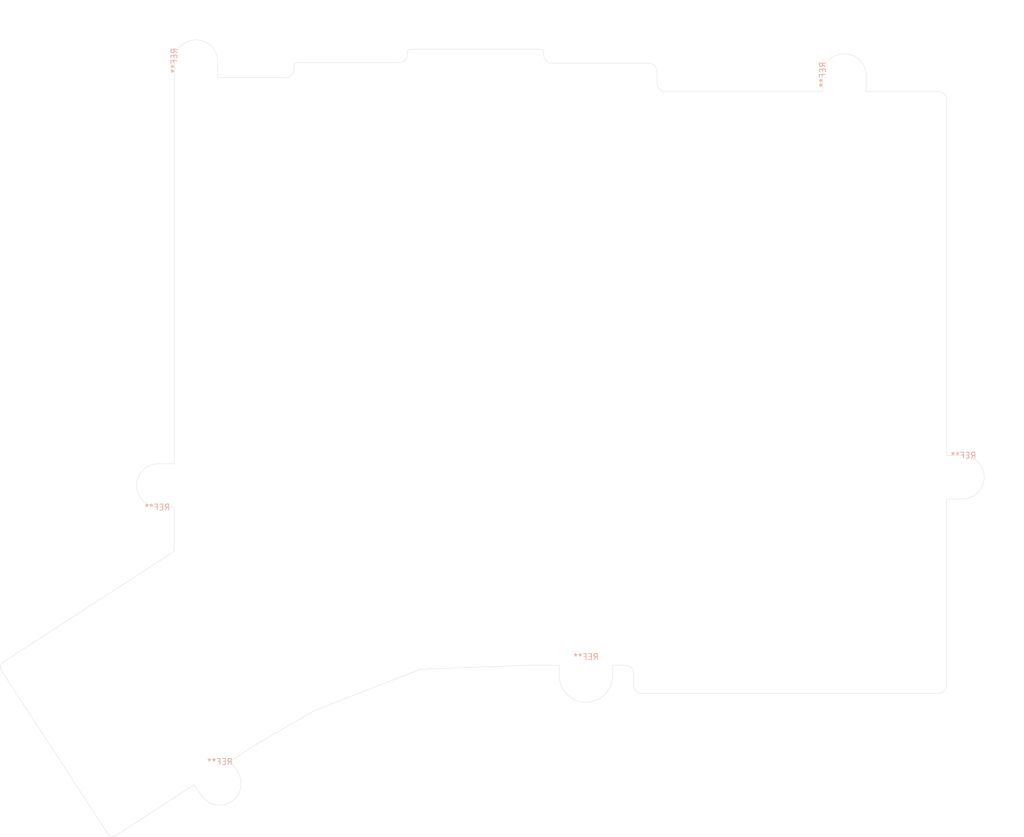
<source format=kicad_pcb>
(kicad_pcb (version 20171130) (host pcbnew "(5.1.5)-3")

  (general
    (thickness 1.6)
    (drawings 58)
    (tracks 0)
    (zones 0)
    (modules 37)
    (nets 1)
  )

  (page A2)
  (layers
    (0 F.Cu signal)
    (31 B.Cu signal)
    (32 B.Adhes user)
    (33 F.Adhes user)
    (34 B.Paste user)
    (35 F.Paste user)
    (36 B.SilkS user)
    (37 F.SilkS user)
    (38 B.Mask user)
    (39 F.Mask user)
    (40 Dwgs.User user)
    (41 Cmts.User user)
    (42 Eco1.User user)
    (43 Eco2.User user)
    (44 Edge.Cuts user)
    (45 Margin user)
    (46 B.CrtYd user)
    (47 F.CrtYd user)
    (48 B.Fab user)
    (49 F.Fab user)
  )

  (setup
    (last_trace_width 0.25)
    (user_trace_width 0.2)
    (user_trace_width 0.35)
    (user_trace_width 0.45)
    (user_trace_width 0.62)
    (trace_clearance 0.2)
    (zone_clearance 0.508)
    (zone_45_only no)
    (trace_min 0.2)
    (via_size 0.8)
    (via_drill 0.4)
    (via_min_size 0.4)
    (via_min_drill 0.3)
    (uvia_size 0.3)
    (uvia_drill 0.1)
    (uvias_allowed no)
    (uvia_min_size 0.2)
    (uvia_min_drill 0.1)
    (edge_width 0.05)
    (segment_width 0.2)
    (pcb_text_width 0.3)
    (pcb_text_size 1.5 1.5)
    (mod_edge_width 0.12)
    (mod_text_size 1 1)
    (mod_text_width 0.15)
    (pad_size 1.524 1.524)
    (pad_drill 0.762)
    (pad_to_mask_clearance 0.051)
    (solder_mask_min_width 0.25)
    (aux_axis_origin 0 0)
    (visible_elements 7FFFFFFF)
    (pcbplotparams
      (layerselection 0x01000_7ffffffe)
      (usegerberextensions false)
      (usegerberattributes false)
      (usegerberadvancedattributes false)
      (creategerberjobfile false)
      (excludeedgelayer true)
      (linewidth 0.100000)
      (plotframeref false)
      (viasonmask false)
      (mode 1)
      (useauxorigin false)
      (hpglpennumber 1)
      (hpglpenspeed 20)
      (hpglpendiameter 15.000000)
      (psnegative false)
      (psa4output false)
      (plotreference true)
      (plotvalue true)
      (plotinvisibletext false)
      (padsonsilk false)
      (subtractmaskfromsilk false)
      (outputformat 3)
      (mirror false)
      (drillshape 0)
      (scaleselection 1)
      (outputdirectory "../../Case/Plates/Proper/"))
  )

  (net 0 "")

  (net_class Default "This is the default net class."
    (clearance 0.2)
    (trace_width 0.25)
    (via_dia 0.8)
    (via_drill 0.4)
    (uvia_dia 0.3)
    (uvia_drill 0.1)
  )

  (module MountingHole:MountingHole_2.7mm_M2.5 (layer B.Cu) (tedit 56D1B4CB) (tstamp 5E58CE72)
    (at 109.22 126.238)
    (descr "Mounting Hole 2.7mm, no annular, M2.5")
    (tags "mounting hole 2.7mm no annular m2.5")
    (attr virtual)
    (fp_text reference REF** (at 0 3.7) (layer B.SilkS)
      (effects (font (size 1 1) (thickness 0.15)) (justify mirror))
    )
    (fp_text value MountingHole_2.7mm_M2.5 (at 0 -3.7) (layer B.Fab)
      (effects (font (size 1 1) (thickness 0.15)) (justify mirror))
    )
    (fp_text user %R (at 0.3 0) (layer B.Fab)
      (effects (font (size 1 1) (thickness 0.15)) (justify mirror))
    )
    (fp_circle (center 0 0) (end 2.7 0) (layer Cmts.User) (width 0.15))
    (fp_circle (center 0 0) (end 2.95 0) (layer B.CrtYd) (width 0.05))
    (pad 1 np_thru_hole circle (at 0 0) (size 2.7 2.7) (drill 2.7) (layers *.Cu *.Mask))
  )

  (module MountingHole:MountingHole_2.7mm_M2.5 (layer B.Cu) (tedit 56D1B4CB) (tstamp 5E58CE72)
    (at 115.7605 54.737 270)
    (descr "Mounting Hole 2.7mm, no annular, M2.5")
    (tags "mounting hole 2.7mm no annular m2.5")
    (attr virtual)
    (fp_text reference REF** (at 0 3.7 270) (layer B.SilkS)
      (effects (font (size 1 1) (thickness 0.15)) (justify mirror))
    )
    (fp_text value MountingHole_2.7mm_M2.5 (at 0 -3.7 270) (layer B.Fab)
      (effects (font (size 1 1) (thickness 0.15)) (justify mirror))
    )
    (fp_text user %R (at 0.3 0 270) (layer B.Fab)
      (effects (font (size 1 1) (thickness 0.15)) (justify mirror))
    )
    (fp_circle (center 0 0) (end 2.7 0) (layer Cmts.User) (width 0.15))
    (fp_circle (center 0 0) (end 2.95 0) (layer B.CrtYd) (width 0.05))
    (pad 1 np_thru_hole circle (at 0 0 270) (size 2.7 2.7) (drill 2.7) (layers *.Cu *.Mask))
  )

  (module MountingHole:MountingHole_2.7mm_M2.5 (layer B.Cu) (tedit 56D1B4CB) (tstamp 5E58CE72)
    (at 224.8535 57.0865 270)
    (descr "Mounting Hole 2.7mm, no annular, M2.5")
    (tags "mounting hole 2.7mm no annular m2.5")
    (attr virtual)
    (fp_text reference REF** (at 0 3.7 270) (layer B.SilkS)
      (effects (font (size 1 1) (thickness 0.15)) (justify mirror))
    )
    (fp_text value MountingHole_2.7mm_M2.5 (at 0 -3.7 270) (layer B.Fab)
      (effects (font (size 1 1) (thickness 0.15)) (justify mirror))
    )
    (fp_text user %R (at 0.3 0 270) (layer B.Fab)
      (effects (font (size 1 1) (thickness 0.15)) (justify mirror))
    )
    (fp_circle (center 0 0) (end 2.7 0) (layer Cmts.User) (width 0.15))
    (fp_circle (center 0 0) (end 2.95 0) (layer B.CrtYd) (width 0.05))
    (pad 1 np_thru_hole circle (at 0 0 270) (size 2.7 2.7) (drill 2.7) (layers *.Cu *.Mask))
  )

  (module MountingHole:MountingHole_2.7mm_M2.5 (layer B.Cu) (tedit 56D1B4CB) (tstamp 5E590CD5)
    (at 244.856 124.9045 180)
    (descr "Mounting Hole 2.7mm, no annular, M2.5")
    (tags "mounting hole 2.7mm no annular m2.5")
    (attr virtual)
    (fp_text reference REF** (at 0 3.7) (layer B.SilkS)
      (effects (font (size 1 1) (thickness 0.15)) (justify mirror))
    )
    (fp_text value MountingHole_2.7mm_M2.5 (at 0 -3.7) (layer B.Fab)
      (effects (font (size 1 1) (thickness 0.15)) (justify mirror))
    )
    (fp_circle (center 0 0) (end 2.95 0) (layer B.CrtYd) (width 0.05))
    (fp_circle (center 0 0) (end 2.7 0) (layer Cmts.User) (width 0.15))
    (fp_text user %R (at 0.3 0) (layer B.Fab)
      (effects (font (size 1 1) (thickness 0.15)) (justify mirror))
    )
    (pad 1 np_thru_hole circle (at 0 0 180) (size 2.7 2.7) (drill 2.7) (layers *.Cu *.Mask))
  )

  (module MountingHole:MountingHole_2.7mm_M2.5 (layer B.Cu) (tedit 56D1B4CB) (tstamp 5E590CD8)
    (at 119.761 176.4665 180)
    (descr "Mounting Hole 2.7mm, no annular, M2.5")
    (tags "mounting hole 2.7mm no annular m2.5")
    (attr virtual)
    (fp_text reference REF** (at 0 3.7) (layer B.SilkS)
      (effects (font (size 1 1) (thickness 0.15)) (justify mirror))
    )
    (fp_text value MountingHole_2.7mm_M2.5 (at 0 -3.7) (layer B.Fab)
      (effects (font (size 1 1) (thickness 0.15)) (justify mirror))
    )
    (fp_text user %R (at 0.3 0) (layer B.Fab)
      (effects (font (size 1 1) (thickness 0.15)) (justify mirror))
    )
    (fp_circle (center 0 0) (end 2.7 0) (layer Cmts.User) (width 0.15))
    (fp_circle (center 0 0) (end 2.95 0) (layer B.CrtYd) (width 0.05))
    (pad 1 np_thru_hole circle (at 0 0 180) (size 2.7 2.7) (drill 2.7) (layers *.Cu *.Mask))
  )

  (module MountingHole:MountingHole_2.7mm_M2.5 (layer B.Cu) (tedit 56D1B4CB) (tstamp 5E590CD8)
    (at 181.356 158.8135 180)
    (descr "Mounting Hole 2.7mm, no annular, M2.5")
    (tags "mounting hole 2.7mm no annular m2.5")
    (attr virtual)
    (fp_text reference REF** (at 0 3.7) (layer B.SilkS)
      (effects (font (size 1 1) (thickness 0.15)) (justify mirror))
    )
    (fp_text value MountingHole_2.7mm_M2.5 (at 0 -3.7) (layer B.Fab)
      (effects (font (size 1 1) (thickness 0.15)) (justify mirror))
    )
    (fp_text user %R (at 0.3 0) (layer B.Fab)
      (effects (font (size 1 1) (thickness 0.15)) (justify mirror))
    )
    (fp_circle (center 0 0) (end 2.7 0) (layer Cmts.User) (width 0.15))
    (fp_circle (center 0 0) (end 2.95 0) (layer B.CrtYd) (width 0.05))
    (pad 1 np_thru_hole circle (at 0 0 180) (size 2.7 2.7) (drill 2.7) (layers *.Cu *.Mask))
  )

  (module Keebio-Parts:MX_Switch_Cutout (layer B.Cu) (tedit 59612069) (tstamp 5E538413)
    (at 124.6505 70.1675 180)
    (fp_text reference REF** (at 0.25 -10.05) (layer Eco2.User) hide
      (effects (font (size 1 1) (thickness 0.15)))
    )
    (fp_text value MX_Switch_Cutout (at 0 15.24) (layer B.Fab) hide
      (effects (font (size 1 1) (thickness 0.15)) (justify mirror))
    )
    (fp_line (start 9.5 9.5) (end 9.5 -9.5) (layer Dwgs.User) (width 0.15))
    (fp_line (start 9.5 -9.5) (end -9.5 -9.5) (layer Dwgs.User) (width 0.15))
    (fp_line (start -9.5 -9.5) (end -9.5 9.5) (layer Dwgs.User) (width 0.15))
    (fp_line (start -9.5 9.5) (end 9.5 9.5) (layer Dwgs.User) (width 0.15))
    (pad "" np_thru_hole oval (at 7.14375 -2.667 180) (size 1.3335 0.508) (drill oval 1.3335 0.508) (layers *.Cu *.Mask))
    (pad "" np_thru_hole oval (at -7.14375 -2.667 180) (size 1.3335 0.508) (drill oval 1.3335 0.508) (layers *.Cu *.Mask))
    (pad "" np_thru_hole oval (at 7.14375 2.667 180) (size 1.3335 0.508) (drill oval 1.3335 0.508) (layers *.Cu *.Mask))
    (pad "" np_thru_hole oval (at -7.14375 2.667 180) (size 1.3335 0.508) (drill oval 1.3335 0.508) (layers *.Cu *.Mask))
    (pad "" np_thru_hole oval (at 0 -6.985 180) (size 5.08 1.27) (drill oval 5.08 1.27) (layers *.Cu *.Mask))
    (pad "" np_thru_hole oval (at 0 6.985 180) (size 5.08 1.27) (drill oval 5.08 1.27) (layers *.Cu *.Mask))
    (pad "" np_thru_hole oval (at -6.731 0 180) (size 0.508 5.842) (drill oval 0.508 5.842) (layers *.Cu *.Mask))
    (pad "" np_thru_hole oval (at 6.731 0 180) (size 0.508 5.842) (drill oval 0.508 5.842) (layers *.Cu *.Mask))
    (pad "" np_thru_hole oval (at -7.5565 -4.699 180) (size 0.508 4.572) (drill oval 0.508 4.572) (layers *.Cu *.Mask))
    (pad "" np_thru_hole oval (at 7.5565 -4.699 180) (size 0.508 4.572) (drill oval 0.508 4.572) (layers *.Cu *.Mask))
    (pad "" np_thru_hole oval (at 7.5565 4.699 180) (size 0.508 4.572) (drill oval 0.508 4.572) (layers *.Cu *.Mask))
    (pad "" np_thru_hole oval (at -7.5565 4.699 180) (size 0.508 4.572) (drill oval 0.508 4.572) (layers *.Cu *.Mask))
    (pad "" np_thru_hole oval (at 0 -6.731 180) (size 15.5956 0.508) (drill oval 15.5956 0.508) (layers *.Cu *.Mask))
    (pad "" np_thru_hole oval (at 0 6.731 180) (size 15.5956 0.508) (drill oval 15.5956 0.508) (layers *.Cu *.Mask))
  )

  (module Keebio-Parts:MX_Switch_Cutout (layer B.Cu) (tedit 59612069) (tstamp 5E538176)
    (at 181.8005 67.7545 180)
    (fp_text reference REF** (at 0.25 -10.05) (layer Eco2.User) hide
      (effects (font (size 1 1) (thickness 0.15)))
    )
    (fp_text value MX_Switch_Cutout (at 0 15.24) (layer B.Fab) hide
      (effects (font (size 1 1) (thickness 0.15)) (justify mirror))
    )
    (fp_line (start 9.5 9.5) (end 9.5 -9.5) (layer Dwgs.User) (width 0.15))
    (fp_line (start 9.5 -9.5) (end -9.5 -9.5) (layer Dwgs.User) (width 0.15))
    (fp_line (start -9.5 -9.5) (end -9.5 9.5) (layer Dwgs.User) (width 0.15))
    (fp_line (start -9.5 9.5) (end 9.5 9.5) (layer Dwgs.User) (width 0.15))
    (pad "" np_thru_hole oval (at 7.14375 -2.667 180) (size 1.3335 0.508) (drill oval 1.3335 0.508) (layers *.Cu *.Mask))
    (pad "" np_thru_hole oval (at -7.14375 -2.667 180) (size 1.3335 0.508) (drill oval 1.3335 0.508) (layers *.Cu *.Mask))
    (pad "" np_thru_hole oval (at 7.14375 2.667 180) (size 1.3335 0.508) (drill oval 1.3335 0.508) (layers *.Cu *.Mask))
    (pad "" np_thru_hole oval (at -7.14375 2.667 180) (size 1.3335 0.508) (drill oval 1.3335 0.508) (layers *.Cu *.Mask))
    (pad "" np_thru_hole oval (at 0 -6.985 180) (size 5.08 1.27) (drill oval 5.08 1.27) (layers *.Cu *.Mask))
    (pad "" np_thru_hole oval (at 0 6.985 180) (size 5.08 1.27) (drill oval 5.08 1.27) (layers *.Cu *.Mask))
    (pad "" np_thru_hole oval (at -6.731 0 180) (size 0.508 5.842) (drill oval 0.508 5.842) (layers *.Cu *.Mask))
    (pad "" np_thru_hole oval (at 6.731 0 180) (size 0.508 5.842) (drill oval 0.508 5.842) (layers *.Cu *.Mask))
    (pad "" np_thru_hole oval (at -7.5565 -4.699 180) (size 0.508 4.572) (drill oval 0.508 4.572) (layers *.Cu *.Mask))
    (pad "" np_thru_hole oval (at 7.5565 -4.699 180) (size 0.508 4.572) (drill oval 0.508 4.572) (layers *.Cu *.Mask))
    (pad "" np_thru_hole oval (at 7.5565 4.699 180) (size 0.508 4.572) (drill oval 0.508 4.572) (layers *.Cu *.Mask))
    (pad "" np_thru_hole oval (at -7.5565 4.699 180) (size 0.508 4.572) (drill oval 0.508 4.572) (layers *.Cu *.Mask))
    (pad "" np_thru_hole oval (at 0 -6.731 180) (size 15.5956 0.508) (drill oval 15.5956 0.508) (layers *.Cu *.Mask))
    (pad "" np_thru_hole oval (at 0 6.731 180) (size 15.5956 0.508) (drill oval 15.5956 0.508) (layers *.Cu *.Mask))
  )

  (module Keebio-Parts:MX_Switch_Cutout (layer B.Cu) (tedit 59612069) (tstamp 5E539DC8)
    (at 224.663 110.617 180)
    (fp_text reference REF** (at 0.25 -10.05) (layer Eco2.User) hide
      (effects (font (size 1 1) (thickness 0.15)))
    )
    (fp_text value MX_Switch_Cutout (at 0 15.24) (layer B.Fab) hide
      (effects (font (size 1 1) (thickness 0.15)) (justify mirror))
    )
    (fp_line (start -9.5 9.5) (end 9.5 9.5) (layer Dwgs.User) (width 0.15))
    (fp_line (start -9.5 -9.5) (end -9.5 9.5) (layer Dwgs.User) (width 0.15))
    (fp_line (start 9.5 -9.5) (end -9.5 -9.5) (layer Dwgs.User) (width 0.15))
    (fp_line (start 9.5 9.5) (end 9.5 -9.5) (layer Dwgs.User) (width 0.15))
    (pad "" np_thru_hole oval (at 0 6.731 180) (size 15.5956 0.508) (drill oval 15.5956 0.508) (layers *.Cu *.Mask))
    (pad "" np_thru_hole oval (at 0 -6.731 180) (size 15.5956 0.508) (drill oval 15.5956 0.508) (layers *.Cu *.Mask))
    (pad "" np_thru_hole oval (at -7.5565 4.699 180) (size 0.508 4.572) (drill oval 0.508 4.572) (layers *.Cu *.Mask))
    (pad "" np_thru_hole oval (at 7.5565 4.699 180) (size 0.508 4.572) (drill oval 0.508 4.572) (layers *.Cu *.Mask))
    (pad "" np_thru_hole oval (at 7.5565 -4.699 180) (size 0.508 4.572) (drill oval 0.508 4.572) (layers *.Cu *.Mask))
    (pad "" np_thru_hole oval (at -7.5565 -4.699 180) (size 0.508 4.572) (drill oval 0.508 4.572) (layers *.Cu *.Mask))
    (pad "" np_thru_hole oval (at 6.731 0 180) (size 0.508 5.842) (drill oval 0.508 5.842) (layers *.Cu *.Mask))
    (pad "" np_thru_hole oval (at -6.731 0 180) (size 0.508 5.842) (drill oval 0.508 5.842) (layers *.Cu *.Mask))
    (pad "" np_thru_hole oval (at 0 6.985 180) (size 5.08 1.27) (drill oval 5.08 1.27) (layers *.Cu *.Mask))
    (pad "" np_thru_hole oval (at 0 -6.985 180) (size 5.08 1.27) (drill oval 5.08 1.27) (layers *.Cu *.Mask))
    (pad "" np_thru_hole oval (at -7.14375 2.667 180) (size 1.3335 0.508) (drill oval 1.3335 0.508) (layers *.Cu *.Mask))
    (pad "" np_thru_hole oval (at 7.14375 2.667 180) (size 1.3335 0.508) (drill oval 1.3335 0.508) (layers *.Cu *.Mask))
    (pad "" np_thru_hole oval (at -7.14375 -2.667 180) (size 1.3335 0.508) (drill oval 1.3335 0.508) (layers *.Cu *.Mask))
    (pad "" np_thru_hole oval (at 7.14375 -2.667 180) (size 1.3335 0.508) (drill oval 1.3335 0.508) (layers *.Cu *.Mask))
  )

  (module Keebio-Parts:MX_Switch_Cutout (layer B.Cu) (tedit 59612069) (tstamp 5E539DB3)
    (at 224.663 129.667 180)
    (fp_text reference REF** (at 0.25 -10.05) (layer Eco2.User) hide
      (effects (font (size 1 1) (thickness 0.15)))
    )
    (fp_text value MX_Switch_Cutout (at 0 15.24) (layer B.Fab) hide
      (effects (font (size 1 1) (thickness 0.15)) (justify mirror))
    )
    (fp_line (start 9.5 9.5) (end 9.5 -9.5) (layer Dwgs.User) (width 0.15))
    (fp_line (start 9.5 -9.5) (end -9.5 -9.5) (layer Dwgs.User) (width 0.15))
    (fp_line (start -9.5 -9.5) (end -9.5 9.5) (layer Dwgs.User) (width 0.15))
    (fp_line (start -9.5 9.5) (end 9.5 9.5) (layer Dwgs.User) (width 0.15))
    (pad "" np_thru_hole oval (at 7.14375 -2.667 180) (size 1.3335 0.508) (drill oval 1.3335 0.508) (layers *.Cu *.Mask))
    (pad "" np_thru_hole oval (at -7.14375 -2.667 180) (size 1.3335 0.508) (drill oval 1.3335 0.508) (layers *.Cu *.Mask))
    (pad "" np_thru_hole oval (at 7.14375 2.667 180) (size 1.3335 0.508) (drill oval 1.3335 0.508) (layers *.Cu *.Mask))
    (pad "" np_thru_hole oval (at -7.14375 2.667 180) (size 1.3335 0.508) (drill oval 1.3335 0.508) (layers *.Cu *.Mask))
    (pad "" np_thru_hole oval (at 0 -6.985 180) (size 5.08 1.27) (drill oval 5.08 1.27) (layers *.Cu *.Mask))
    (pad "" np_thru_hole oval (at 0 6.985 180) (size 5.08 1.27) (drill oval 5.08 1.27) (layers *.Cu *.Mask))
    (pad "" np_thru_hole oval (at -6.731 0 180) (size 0.508 5.842) (drill oval 0.508 5.842) (layers *.Cu *.Mask))
    (pad "" np_thru_hole oval (at 6.731 0 180) (size 0.508 5.842) (drill oval 0.508 5.842) (layers *.Cu *.Mask))
    (pad "" np_thru_hole oval (at -7.5565 -4.699 180) (size 0.508 4.572) (drill oval 0.508 4.572) (layers *.Cu *.Mask))
    (pad "" np_thru_hole oval (at 7.5565 -4.699 180) (size 0.508 4.572) (drill oval 0.508 4.572) (layers *.Cu *.Mask))
    (pad "" np_thru_hole oval (at 7.5565 4.699 180) (size 0.508 4.572) (drill oval 0.508 4.572) (layers *.Cu *.Mask))
    (pad "" np_thru_hole oval (at -7.5565 4.699 180) (size 0.508 4.572) (drill oval 0.508 4.572) (layers *.Cu *.Mask))
    (pad "" np_thru_hole oval (at 0 -6.731 180) (size 15.5956 0.508) (drill oval 15.5956 0.508) (layers *.Cu *.Mask))
    (pad "" np_thru_hole oval (at 0 6.731 180) (size 15.5956 0.508) (drill oval 15.5956 0.508) (layers *.Cu *.Mask))
  )

  (module Keebio-Parts:MX_Switch_Cutout (layer B.Cu) (tedit 59612069) (tstamp 5E539D9E)
    (at 224.663 72.517 180)
    (fp_text reference REF** (at 0.25 -10.05) (layer Eco2.User) hide
      (effects (font (size 1 1) (thickness 0.15)))
    )
    (fp_text value MX_Switch_Cutout (at 0 15.24) (layer B.Fab) hide
      (effects (font (size 1 1) (thickness 0.15)) (justify mirror))
    )
    (fp_line (start 9.5 9.5) (end 9.5 -9.5) (layer Dwgs.User) (width 0.15))
    (fp_line (start 9.5 -9.5) (end -9.5 -9.5) (layer Dwgs.User) (width 0.15))
    (fp_line (start -9.5 -9.5) (end -9.5 9.5) (layer Dwgs.User) (width 0.15))
    (fp_line (start -9.5 9.5) (end 9.5 9.5) (layer Dwgs.User) (width 0.15))
    (pad "" np_thru_hole oval (at 7.14375 -2.667 180) (size 1.3335 0.508) (drill oval 1.3335 0.508) (layers *.Cu *.Mask))
    (pad "" np_thru_hole oval (at -7.14375 -2.667 180) (size 1.3335 0.508) (drill oval 1.3335 0.508) (layers *.Cu *.Mask))
    (pad "" np_thru_hole oval (at 7.14375 2.667 180) (size 1.3335 0.508) (drill oval 1.3335 0.508) (layers *.Cu *.Mask))
    (pad "" np_thru_hole oval (at -7.14375 2.667 180) (size 1.3335 0.508) (drill oval 1.3335 0.508) (layers *.Cu *.Mask))
    (pad "" np_thru_hole oval (at 0 -6.985 180) (size 5.08 1.27) (drill oval 5.08 1.27) (layers *.Cu *.Mask))
    (pad "" np_thru_hole oval (at 0 6.985 180) (size 5.08 1.27) (drill oval 5.08 1.27) (layers *.Cu *.Mask))
    (pad "" np_thru_hole oval (at -6.731 0 180) (size 0.508 5.842) (drill oval 0.508 5.842) (layers *.Cu *.Mask))
    (pad "" np_thru_hole oval (at 6.731 0 180) (size 0.508 5.842) (drill oval 0.508 5.842) (layers *.Cu *.Mask))
    (pad "" np_thru_hole oval (at -7.5565 -4.699 180) (size 0.508 4.572) (drill oval 0.508 4.572) (layers *.Cu *.Mask))
    (pad "" np_thru_hole oval (at 7.5565 -4.699 180) (size 0.508 4.572) (drill oval 0.508 4.572) (layers *.Cu *.Mask))
    (pad "" np_thru_hole oval (at 7.5565 4.699 180) (size 0.508 4.572) (drill oval 0.508 4.572) (layers *.Cu *.Mask))
    (pad "" np_thru_hole oval (at -7.5565 4.699 180) (size 0.508 4.572) (drill oval 0.508 4.572) (layers *.Cu *.Mask))
    (pad "" np_thru_hole oval (at 0 -6.731 180) (size 15.5956 0.508) (drill oval 15.5956 0.508) (layers *.Cu *.Mask))
    (pad "" np_thru_hole oval (at 0 6.731 180) (size 15.5956 0.508) (drill oval 15.5956 0.508) (layers *.Cu *.Mask))
  )

  (module Keebio-Parts:MX_Switch_Cutout (layer B.Cu) (tedit 59612069) (tstamp 5E539D89)
    (at 224.663 148.717 180)
    (fp_text reference REF** (at 0.25 -10.05) (layer Eco2.User) hide
      (effects (font (size 1 1) (thickness 0.15)))
    )
    (fp_text value MX_Switch_Cutout (at 0 15.24) (layer B.Fab) hide
      (effects (font (size 1 1) (thickness 0.15)) (justify mirror))
    )
    (fp_line (start -9.5 9.5) (end 9.5 9.5) (layer Dwgs.User) (width 0.15))
    (fp_line (start -9.5 -9.5) (end -9.5 9.5) (layer Dwgs.User) (width 0.15))
    (fp_line (start 9.5 -9.5) (end -9.5 -9.5) (layer Dwgs.User) (width 0.15))
    (fp_line (start 9.5 9.5) (end 9.5 -9.5) (layer Dwgs.User) (width 0.15))
    (pad "" np_thru_hole oval (at 0 6.731 180) (size 15.5956 0.508) (drill oval 15.5956 0.508) (layers *.Cu *.Mask))
    (pad "" np_thru_hole oval (at 0 -6.731 180) (size 15.5956 0.508) (drill oval 15.5956 0.508) (layers *.Cu *.Mask))
    (pad "" np_thru_hole oval (at -7.5565 4.699 180) (size 0.508 4.572) (drill oval 0.508 4.572) (layers *.Cu *.Mask))
    (pad "" np_thru_hole oval (at 7.5565 4.699 180) (size 0.508 4.572) (drill oval 0.508 4.572) (layers *.Cu *.Mask))
    (pad "" np_thru_hole oval (at 7.5565 -4.699 180) (size 0.508 4.572) (drill oval 0.508 4.572) (layers *.Cu *.Mask))
    (pad "" np_thru_hole oval (at -7.5565 -4.699 180) (size 0.508 4.572) (drill oval 0.508 4.572) (layers *.Cu *.Mask))
    (pad "" np_thru_hole oval (at 6.731 0 180) (size 0.508 5.842) (drill oval 0.508 5.842) (layers *.Cu *.Mask))
    (pad "" np_thru_hole oval (at -6.731 0 180) (size 0.508 5.842) (drill oval 0.508 5.842) (layers *.Cu *.Mask))
    (pad "" np_thru_hole oval (at 0 6.985 180) (size 5.08 1.27) (drill oval 5.08 1.27) (layers *.Cu *.Mask))
    (pad "" np_thru_hole oval (at 0 -6.985 180) (size 5.08 1.27) (drill oval 5.08 1.27) (layers *.Cu *.Mask))
    (pad "" np_thru_hole oval (at -7.14375 2.667 180) (size 1.3335 0.508) (drill oval 1.3335 0.508) (layers *.Cu *.Mask))
    (pad "" np_thru_hole oval (at 7.14375 2.667 180) (size 1.3335 0.508) (drill oval 1.3335 0.508) (layers *.Cu *.Mask))
    (pad "" np_thru_hole oval (at -7.14375 -2.667 180) (size 1.3335 0.508) (drill oval 1.3335 0.508) (layers *.Cu *.Mask))
    (pad "" np_thru_hole oval (at 7.14375 -2.667 180) (size 1.3335 0.508) (drill oval 1.3335 0.508) (layers *.Cu *.Mask))
  )

  (module Keebio-Parts:MX_Switch_Cutout (layer B.Cu) (tedit 59612069) (tstamp 5E539D74)
    (at 224.663 91.567 180)
    (fp_text reference REF** (at 0.25 -10.05) (layer Eco2.User) hide
      (effects (font (size 1 1) (thickness 0.15)))
    )
    (fp_text value MX_Switch_Cutout (at 0 15.24) (layer B.Fab) hide
      (effects (font (size 1 1) (thickness 0.15)) (justify mirror))
    )
    (fp_line (start -9.5 9.5) (end 9.5 9.5) (layer Dwgs.User) (width 0.15))
    (fp_line (start -9.5 -9.5) (end -9.5 9.5) (layer Dwgs.User) (width 0.15))
    (fp_line (start 9.5 -9.5) (end -9.5 -9.5) (layer Dwgs.User) (width 0.15))
    (fp_line (start 9.5 9.5) (end 9.5 -9.5) (layer Dwgs.User) (width 0.15))
    (pad "" np_thru_hole oval (at 0 6.731 180) (size 15.5956 0.508) (drill oval 15.5956 0.508) (layers *.Cu *.Mask))
    (pad "" np_thru_hole oval (at 0 -6.731 180) (size 15.5956 0.508) (drill oval 15.5956 0.508) (layers *.Cu *.Mask))
    (pad "" np_thru_hole oval (at -7.5565 4.699 180) (size 0.508 4.572) (drill oval 0.508 4.572) (layers *.Cu *.Mask))
    (pad "" np_thru_hole oval (at 7.5565 4.699 180) (size 0.508 4.572) (drill oval 0.508 4.572) (layers *.Cu *.Mask))
    (pad "" np_thru_hole oval (at 7.5565 -4.699 180) (size 0.508 4.572) (drill oval 0.508 4.572) (layers *.Cu *.Mask))
    (pad "" np_thru_hole oval (at -7.5565 -4.699 180) (size 0.508 4.572) (drill oval 0.508 4.572) (layers *.Cu *.Mask))
    (pad "" np_thru_hole oval (at 6.731 0 180) (size 0.508 5.842) (drill oval 0.508 5.842) (layers *.Cu *.Mask))
    (pad "" np_thru_hole oval (at -6.731 0 180) (size 0.508 5.842) (drill oval 0.508 5.842) (layers *.Cu *.Mask))
    (pad "" np_thru_hole oval (at 0 6.985 180) (size 5.08 1.27) (drill oval 5.08 1.27) (layers *.Cu *.Mask))
    (pad "" np_thru_hole oval (at 0 -6.985 180) (size 5.08 1.27) (drill oval 5.08 1.27) (layers *.Cu *.Mask))
    (pad "" np_thru_hole oval (at -7.14375 2.667 180) (size 1.3335 0.508) (drill oval 1.3335 0.508) (layers *.Cu *.Mask))
    (pad "" np_thru_hole oval (at 7.14375 2.667 180) (size 1.3335 0.508) (drill oval 1.3335 0.508) (layers *.Cu *.Mask))
    (pad "" np_thru_hole oval (at -7.14375 -2.667 180) (size 1.3335 0.508) (drill oval 1.3335 0.508) (layers *.Cu *.Mask))
    (pad "" np_thru_hole oval (at 7.14375 -2.667 180) (size 1.3335 0.508) (drill oval 1.3335 0.508) (layers *.Cu *.Mask))
  )

  (module Keebio-Parts:MX_Switch_Cutout (layer B.Cu) (tedit 59612069) (tstamp 5E538520)
    (at 102.489 164.338 33)
    (fp_text reference REF** (at 0.25 -10.05 213) (layer Eco2.User) hide
      (effects (font (size 1 1) (thickness 0.15)))
    )
    (fp_text value MX_Switch_Cutout (at 0 15.24 213) (layer B.Fab) hide
      (effects (font (size 1 1) (thickness 0.15)) (justify mirror))
    )
    (fp_line (start -9.5 9.5) (end 9.5 9.5) (layer Dwgs.User) (width 0.15))
    (fp_line (start -9.5 -9.5) (end -9.5 9.5) (layer Dwgs.User) (width 0.15))
    (fp_line (start 9.5 -9.5) (end -9.5 -9.5) (layer Dwgs.User) (width 0.15))
    (fp_line (start 9.5 9.5) (end 9.5 -9.5) (layer Dwgs.User) (width 0.15))
    (pad "" np_thru_hole oval (at 0 6.731 33) (size 15.5956 0.508) (drill oval 15.5956 0.508) (layers *.Cu *.Mask))
    (pad "" np_thru_hole oval (at 0 -6.731 33) (size 15.5956 0.508) (drill oval 15.5956 0.508) (layers *.Cu *.Mask))
    (pad "" np_thru_hole oval (at -7.5565 4.699 33) (size 0.508 4.572) (drill oval 0.508 4.572) (layers *.Cu *.Mask))
    (pad "" np_thru_hole oval (at 7.5565 4.699 33) (size 0.508 4.572) (drill oval 0.508 4.572) (layers *.Cu *.Mask))
    (pad "" np_thru_hole oval (at 7.5565 -4.699 33) (size 0.508 4.572) (drill oval 0.508 4.572) (layers *.Cu *.Mask))
    (pad "" np_thru_hole oval (at -7.5565 -4.699 33) (size 0.508 4.572) (drill oval 0.508 4.572) (layers *.Cu *.Mask))
    (pad "" np_thru_hole oval (at 6.731 0 33) (size 0.508 5.842) (drill oval 0.508 5.842) (layers *.Cu *.Mask))
    (pad "" np_thru_hole oval (at -6.731 0 33) (size 0.508 5.842) (drill oval 0.508 5.842) (layers *.Cu *.Mask))
    (pad "" np_thru_hole oval (at 0 6.985 33) (size 5.08 1.27) (drill oval 5.08 1.27) (layers *.Cu *.Mask))
    (pad "" np_thru_hole oval (at 0 -6.985 33) (size 5.08 1.27) (drill oval 5.08 1.27) (layers *.Cu *.Mask))
    (pad "" np_thru_hole oval (at -7.14375 2.667 33) (size 1.3335 0.508) (drill oval 1.3335 0.508) (layers *.Cu *.Mask))
    (pad "" np_thru_hole oval (at 7.14375 2.667 33) (size 1.3335 0.508) (drill oval 1.3335 0.508) (layers *.Cu *.Mask))
    (pad "" np_thru_hole oval (at -7.14375 -2.667 33) (size 1.3335 0.508) (drill oval 1.3335 0.508) (layers *.Cu *.Mask))
    (pad "" np_thru_hole oval (at 7.14375 -2.667 33) (size 1.3335 0.508) (drill oval 1.3335 0.508) (layers *.Cu *.Mask))
  )

  (module Keebio-Parts:MX_Switch_Cutout (layer B.Cu) (tedit 59612069) (tstamp 5E538520)
    (at 118.4275 153.9875 33)
    (fp_text reference REF** (at 0.25 -10.05 213) (layer Eco2.User) hide
      (effects (font (size 1 1) (thickness 0.15)))
    )
    (fp_text value MX_Switch_Cutout (at 0 15.24 213) (layer B.Fab) hide
      (effects (font (size 1 1) (thickness 0.15)) (justify mirror))
    )
    (fp_line (start -9.5 9.5) (end 9.5 9.5) (layer Dwgs.User) (width 0.15))
    (fp_line (start -9.5 -9.5) (end -9.5 9.5) (layer Dwgs.User) (width 0.15))
    (fp_line (start 9.5 -9.5) (end -9.5 -9.5) (layer Dwgs.User) (width 0.15))
    (fp_line (start 9.5 9.5) (end 9.5 -9.5) (layer Dwgs.User) (width 0.15))
    (pad "" np_thru_hole oval (at 0 6.731 33) (size 15.5956 0.508) (drill oval 15.5956 0.508) (layers *.Cu *.Mask))
    (pad "" np_thru_hole oval (at 0 -6.731 33) (size 15.5956 0.508) (drill oval 15.5956 0.508) (layers *.Cu *.Mask))
    (pad "" np_thru_hole oval (at -7.5565 4.699 33) (size 0.508 4.572) (drill oval 0.508 4.572) (layers *.Cu *.Mask))
    (pad "" np_thru_hole oval (at 7.5565 4.699 33) (size 0.508 4.572) (drill oval 0.508 4.572) (layers *.Cu *.Mask))
    (pad "" np_thru_hole oval (at 7.5565 -4.699 33) (size 0.508 4.572) (drill oval 0.508 4.572) (layers *.Cu *.Mask))
    (pad "" np_thru_hole oval (at -7.5565 -4.699 33) (size 0.508 4.572) (drill oval 0.508 4.572) (layers *.Cu *.Mask))
    (pad "" np_thru_hole oval (at 6.731 0 33) (size 0.508 5.842) (drill oval 0.508 5.842) (layers *.Cu *.Mask))
    (pad "" np_thru_hole oval (at -6.731 0 33) (size 0.508 5.842) (drill oval 0.508 5.842) (layers *.Cu *.Mask))
    (pad "" np_thru_hole oval (at 0 6.985 33) (size 5.08 1.27) (drill oval 5.08 1.27) (layers *.Cu *.Mask))
    (pad "" np_thru_hole oval (at 0 -6.985 33) (size 5.08 1.27) (drill oval 5.08 1.27) (layers *.Cu *.Mask))
    (pad "" np_thru_hole oval (at -7.14375 2.667 33) (size 1.3335 0.508) (drill oval 1.3335 0.508) (layers *.Cu *.Mask))
    (pad "" np_thru_hole oval (at 7.14375 2.667 33) (size 1.3335 0.508) (drill oval 1.3335 0.508) (layers *.Cu *.Mask))
    (pad "" np_thru_hole oval (at -7.14375 -2.667 33) (size 1.3335 0.508) (drill oval 1.3335 0.508) (layers *.Cu *.Mask))
    (pad "" np_thru_hole oval (at 7.14375 -2.667 33) (size 1.3335 0.508) (drill oval 1.3335 0.508) (layers *.Cu *.Mask))
  )

  (module Keebio-Parts:MX_Switch_Cutout (layer B.Cu) (tedit 59612069) (tstamp 5E538520)
    (at 141.7955 146.431 15)
    (fp_text reference REF** (at 0.25 -10.05 195) (layer Eco2.User) hide
      (effects (font (size 1 1) (thickness 0.15)))
    )
    (fp_text value MX_Switch_Cutout (at 0 15.24 195) (layer B.Fab) hide
      (effects (font (size 1 1) (thickness 0.15)) (justify mirror))
    )
    (fp_line (start -9.5 9.5) (end 9.5 9.5) (layer Dwgs.User) (width 0.15))
    (fp_line (start -9.5 -9.5) (end -9.5 9.5) (layer Dwgs.User) (width 0.15))
    (fp_line (start 9.5 -9.5) (end -9.5 -9.5) (layer Dwgs.User) (width 0.15))
    (fp_line (start 9.5 9.5) (end 9.5 -9.5) (layer Dwgs.User) (width 0.15))
    (pad "" np_thru_hole oval (at 0 6.731 15) (size 15.5956 0.508) (drill oval 15.5956 0.508) (layers *.Cu *.Mask))
    (pad "" np_thru_hole oval (at 0 -6.731 15) (size 15.5956 0.508) (drill oval 15.5956 0.508) (layers *.Cu *.Mask))
    (pad "" np_thru_hole oval (at -7.5565 4.699 15) (size 0.508 4.572) (drill oval 0.508 4.572) (layers *.Cu *.Mask))
    (pad "" np_thru_hole oval (at 7.5565 4.699 15) (size 0.508 4.572) (drill oval 0.508 4.572) (layers *.Cu *.Mask))
    (pad "" np_thru_hole oval (at 7.5565 -4.699 15) (size 0.508 4.572) (drill oval 0.508 4.572) (layers *.Cu *.Mask))
    (pad "" np_thru_hole oval (at -7.5565 -4.699 15) (size 0.508 4.572) (drill oval 0.508 4.572) (layers *.Cu *.Mask))
    (pad "" np_thru_hole oval (at 6.731 0 15) (size 0.508 5.842) (drill oval 0.508 5.842) (layers *.Cu *.Mask))
    (pad "" np_thru_hole oval (at -6.731 0 15) (size 0.508 5.842) (drill oval 0.508 5.842) (layers *.Cu *.Mask))
    (pad "" np_thru_hole oval (at 0 6.985 15) (size 5.08 1.27) (drill oval 5.08 1.27) (layers *.Cu *.Mask))
    (pad "" np_thru_hole oval (at 0 -6.985 15) (size 5.08 1.27) (drill oval 5.08 1.27) (layers *.Cu *.Mask))
    (pad "" np_thru_hole oval (at -7.14375 2.667 15) (size 1.3335 0.508) (drill oval 1.3335 0.508) (layers *.Cu *.Mask))
    (pad "" np_thru_hole oval (at 7.14375 2.667 15) (size 1.3335 0.508) (drill oval 1.3335 0.508) (layers *.Cu *.Mask))
    (pad "" np_thru_hole oval (at -7.14375 -2.667 15) (size 1.3335 0.508) (drill oval 1.3335 0.508) (layers *.Cu *.Mask))
    (pad "" np_thru_hole oval (at 7.14375 -2.667 15) (size 1.3335 0.508) (drill oval 1.3335 0.508) (layers *.Cu *.Mask))
  )

  (module Keebio-Parts:MX_Switch_Cutout (layer B.Cu) (tedit 59612069) (tstamp 5E53843D)
    (at 124.6505 127.3175 180)
    (fp_text reference REF** (at 0.25 -10.05) (layer Eco2.User) hide
      (effects (font (size 1 1) (thickness 0.15)))
    )
    (fp_text value MX_Switch_Cutout (at 0 15.24) (layer B.Fab) hide
      (effects (font (size 1 1) (thickness 0.15)) (justify mirror))
    )
    (fp_line (start 9.5 9.5) (end 9.5 -9.5) (layer Dwgs.User) (width 0.15))
    (fp_line (start 9.5 -9.5) (end -9.5 -9.5) (layer Dwgs.User) (width 0.15))
    (fp_line (start -9.5 -9.5) (end -9.5 9.5) (layer Dwgs.User) (width 0.15))
    (fp_line (start -9.5 9.5) (end 9.5 9.5) (layer Dwgs.User) (width 0.15))
    (pad "" np_thru_hole oval (at 7.14375 -2.667 180) (size 1.3335 0.508) (drill oval 1.3335 0.508) (layers *.Cu *.Mask))
    (pad "" np_thru_hole oval (at -7.14375 -2.667 180) (size 1.3335 0.508) (drill oval 1.3335 0.508) (layers *.Cu *.Mask))
    (pad "" np_thru_hole oval (at 7.14375 2.667 180) (size 1.3335 0.508) (drill oval 1.3335 0.508) (layers *.Cu *.Mask))
    (pad "" np_thru_hole oval (at -7.14375 2.667 180) (size 1.3335 0.508) (drill oval 1.3335 0.508) (layers *.Cu *.Mask))
    (pad "" np_thru_hole oval (at 0 -6.985 180) (size 5.08 1.27) (drill oval 5.08 1.27) (layers *.Cu *.Mask))
    (pad "" np_thru_hole oval (at 0 6.985 180) (size 5.08 1.27) (drill oval 5.08 1.27) (layers *.Cu *.Mask))
    (pad "" np_thru_hole oval (at -6.731 0 180) (size 0.508 5.842) (drill oval 0.508 5.842) (layers *.Cu *.Mask))
    (pad "" np_thru_hole oval (at 6.731 0 180) (size 0.508 5.842) (drill oval 0.508 5.842) (layers *.Cu *.Mask))
    (pad "" np_thru_hole oval (at -7.5565 -4.699 180) (size 0.508 4.572) (drill oval 0.508 4.572) (layers *.Cu *.Mask))
    (pad "" np_thru_hole oval (at 7.5565 -4.699 180) (size 0.508 4.572) (drill oval 0.508 4.572) (layers *.Cu *.Mask))
    (pad "" np_thru_hole oval (at 7.5565 4.699 180) (size 0.508 4.572) (drill oval 0.508 4.572) (layers *.Cu *.Mask))
    (pad "" np_thru_hole oval (at -7.5565 4.699 180) (size 0.508 4.572) (drill oval 0.508 4.572) (layers *.Cu *.Mask))
    (pad "" np_thru_hole oval (at 0 -6.731 180) (size 15.5956 0.508) (drill oval 15.5956 0.508) (layers *.Cu *.Mask))
    (pad "" np_thru_hole oval (at 0 6.731 180) (size 15.5956 0.508) (drill oval 15.5956 0.508) (layers *.Cu *.Mask))
  )

  (module Keebio-Parts:MX_Switch_Cutout (layer B.Cu) (tedit 59612069) (tstamp 5E538428)
    (at 124.6505 108.2675 180)
    (fp_text reference REF** (at 0.25 -10.05) (layer Eco2.User) hide
      (effects (font (size 1 1) (thickness 0.15)))
    )
    (fp_text value MX_Switch_Cutout (at 0 15.24) (layer B.Fab) hide
      (effects (font (size 1 1) (thickness 0.15)) (justify mirror))
    )
    (fp_line (start -9.5 9.5) (end 9.5 9.5) (layer Dwgs.User) (width 0.15))
    (fp_line (start -9.5 -9.5) (end -9.5 9.5) (layer Dwgs.User) (width 0.15))
    (fp_line (start 9.5 -9.5) (end -9.5 -9.5) (layer Dwgs.User) (width 0.15))
    (fp_line (start 9.5 9.5) (end 9.5 -9.5) (layer Dwgs.User) (width 0.15))
    (pad "" np_thru_hole oval (at 0 6.731 180) (size 15.5956 0.508) (drill oval 15.5956 0.508) (layers *.Cu *.Mask))
    (pad "" np_thru_hole oval (at 0 -6.731 180) (size 15.5956 0.508) (drill oval 15.5956 0.508) (layers *.Cu *.Mask))
    (pad "" np_thru_hole oval (at -7.5565 4.699 180) (size 0.508 4.572) (drill oval 0.508 4.572) (layers *.Cu *.Mask))
    (pad "" np_thru_hole oval (at 7.5565 4.699 180) (size 0.508 4.572) (drill oval 0.508 4.572) (layers *.Cu *.Mask))
    (pad "" np_thru_hole oval (at 7.5565 -4.699 180) (size 0.508 4.572) (drill oval 0.508 4.572) (layers *.Cu *.Mask))
    (pad "" np_thru_hole oval (at -7.5565 -4.699 180) (size 0.508 4.572) (drill oval 0.508 4.572) (layers *.Cu *.Mask))
    (pad "" np_thru_hole oval (at 6.731 0 180) (size 0.508 5.842) (drill oval 0.508 5.842) (layers *.Cu *.Mask))
    (pad "" np_thru_hole oval (at -6.731 0 180) (size 0.508 5.842) (drill oval 0.508 5.842) (layers *.Cu *.Mask))
    (pad "" np_thru_hole oval (at 0 6.985 180) (size 5.08 1.27) (drill oval 5.08 1.27) (layers *.Cu *.Mask))
    (pad "" np_thru_hole oval (at 0 -6.985 180) (size 5.08 1.27) (drill oval 5.08 1.27) (layers *.Cu *.Mask))
    (pad "" np_thru_hole oval (at -7.14375 2.667 180) (size 1.3335 0.508) (drill oval 1.3335 0.508) (layers *.Cu *.Mask))
    (pad "" np_thru_hole oval (at 7.14375 2.667 180) (size 1.3335 0.508) (drill oval 1.3335 0.508) (layers *.Cu *.Mask))
    (pad "" np_thru_hole oval (at -7.14375 -2.667 180) (size 1.3335 0.508) (drill oval 1.3335 0.508) (layers *.Cu *.Mask))
    (pad "" np_thru_hole oval (at 7.14375 -2.667 180) (size 1.3335 0.508) (drill oval 1.3335 0.508) (layers *.Cu *.Mask))
  )

  (module Keebio-Parts:MX_Switch_Cutout (layer B.Cu) (tedit 59612069) (tstamp 5E5383FE)
    (at 124.6505 89.2175 180)
    (fp_text reference REF** (at 0.25 -10.05) (layer Eco2.User) hide
      (effects (font (size 1 1) (thickness 0.15)))
    )
    (fp_text value MX_Switch_Cutout (at 0 15.24) (layer B.Fab) hide
      (effects (font (size 1 1) (thickness 0.15)) (justify mirror))
    )
    (fp_line (start -9.5 9.5) (end 9.5 9.5) (layer Dwgs.User) (width 0.15))
    (fp_line (start -9.5 -9.5) (end -9.5 9.5) (layer Dwgs.User) (width 0.15))
    (fp_line (start 9.5 -9.5) (end -9.5 -9.5) (layer Dwgs.User) (width 0.15))
    (fp_line (start 9.5 9.5) (end 9.5 -9.5) (layer Dwgs.User) (width 0.15))
    (pad "" np_thru_hole oval (at 0 6.731 180) (size 15.5956 0.508) (drill oval 15.5956 0.508) (layers *.Cu *.Mask))
    (pad "" np_thru_hole oval (at 0 -6.731 180) (size 15.5956 0.508) (drill oval 15.5956 0.508) (layers *.Cu *.Mask))
    (pad "" np_thru_hole oval (at -7.5565 4.699 180) (size 0.508 4.572) (drill oval 0.508 4.572) (layers *.Cu *.Mask))
    (pad "" np_thru_hole oval (at 7.5565 4.699 180) (size 0.508 4.572) (drill oval 0.508 4.572) (layers *.Cu *.Mask))
    (pad "" np_thru_hole oval (at 7.5565 -4.699 180) (size 0.508 4.572) (drill oval 0.508 4.572) (layers *.Cu *.Mask))
    (pad "" np_thru_hole oval (at -7.5565 -4.699 180) (size 0.508 4.572) (drill oval 0.508 4.572) (layers *.Cu *.Mask))
    (pad "" np_thru_hole oval (at 6.731 0 180) (size 0.508 5.842) (drill oval 0.508 5.842) (layers *.Cu *.Mask))
    (pad "" np_thru_hole oval (at -6.731 0 180) (size 0.508 5.842) (drill oval 0.508 5.842) (layers *.Cu *.Mask))
    (pad "" np_thru_hole oval (at 0 6.985 180) (size 5.08 1.27) (drill oval 5.08 1.27) (layers *.Cu *.Mask))
    (pad "" np_thru_hole oval (at 0 -6.985 180) (size 5.08 1.27) (drill oval 5.08 1.27) (layers *.Cu *.Mask))
    (pad "" np_thru_hole oval (at -7.14375 2.667 180) (size 1.3335 0.508) (drill oval 1.3335 0.508) (layers *.Cu *.Mask))
    (pad "" np_thru_hole oval (at 7.14375 2.667 180) (size 1.3335 0.508) (drill oval 1.3335 0.508) (layers *.Cu *.Mask))
    (pad "" np_thru_hole oval (at -7.14375 -2.667 180) (size 1.3335 0.508) (drill oval 1.3335 0.508) (layers *.Cu *.Mask))
    (pad "" np_thru_hole oval (at 7.14375 -2.667 180) (size 1.3335 0.508) (drill oval 1.3335 0.508) (layers *.Cu *.Mask))
  )

  (module Keebio-Parts:MX_Switch_Cutout (layer B.Cu) (tedit 59612069) (tstamp 5E53843D)
    (at 143.7005 124.9045 180)
    (fp_text reference REF** (at 0.25 -10.05) (layer Eco2.User) hide
      (effects (font (size 1 1) (thickness 0.15)))
    )
    (fp_text value MX_Switch_Cutout (at 0 15.24) (layer B.Fab) hide
      (effects (font (size 1 1) (thickness 0.15)) (justify mirror))
    )
    (fp_line (start 9.5 9.5) (end 9.5 -9.5) (layer Dwgs.User) (width 0.15))
    (fp_line (start 9.5 -9.5) (end -9.5 -9.5) (layer Dwgs.User) (width 0.15))
    (fp_line (start -9.5 -9.5) (end -9.5 9.5) (layer Dwgs.User) (width 0.15))
    (fp_line (start -9.5 9.5) (end 9.5 9.5) (layer Dwgs.User) (width 0.15))
    (pad "" np_thru_hole oval (at 7.14375 -2.667 180) (size 1.3335 0.508) (drill oval 1.3335 0.508) (layers *.Cu *.Mask))
    (pad "" np_thru_hole oval (at -7.14375 -2.667 180) (size 1.3335 0.508) (drill oval 1.3335 0.508) (layers *.Cu *.Mask))
    (pad "" np_thru_hole oval (at 7.14375 2.667 180) (size 1.3335 0.508) (drill oval 1.3335 0.508) (layers *.Cu *.Mask))
    (pad "" np_thru_hole oval (at -7.14375 2.667 180) (size 1.3335 0.508) (drill oval 1.3335 0.508) (layers *.Cu *.Mask))
    (pad "" np_thru_hole oval (at 0 -6.985 180) (size 5.08 1.27) (drill oval 5.08 1.27) (layers *.Cu *.Mask))
    (pad "" np_thru_hole oval (at 0 6.985 180) (size 5.08 1.27) (drill oval 5.08 1.27) (layers *.Cu *.Mask))
    (pad "" np_thru_hole oval (at -6.731 0 180) (size 0.508 5.842) (drill oval 0.508 5.842) (layers *.Cu *.Mask))
    (pad "" np_thru_hole oval (at 6.731 0 180) (size 0.508 5.842) (drill oval 0.508 5.842) (layers *.Cu *.Mask))
    (pad "" np_thru_hole oval (at -7.5565 -4.699 180) (size 0.508 4.572) (drill oval 0.508 4.572) (layers *.Cu *.Mask))
    (pad "" np_thru_hole oval (at 7.5565 -4.699 180) (size 0.508 4.572) (drill oval 0.508 4.572) (layers *.Cu *.Mask))
    (pad "" np_thru_hole oval (at 7.5565 4.699 180) (size 0.508 4.572) (drill oval 0.508 4.572) (layers *.Cu *.Mask))
    (pad "" np_thru_hole oval (at -7.5565 4.699 180) (size 0.508 4.572) (drill oval 0.508 4.572) (layers *.Cu *.Mask))
    (pad "" np_thru_hole oval (at 0 -6.731 180) (size 15.5956 0.508) (drill oval 15.5956 0.508) (layers *.Cu *.Mask))
    (pad "" np_thru_hole oval (at 0 6.731 180) (size 15.5956 0.508) (drill oval 15.5956 0.508) (layers *.Cu *.Mask))
  )

  (module Keebio-Parts:MX_Switch_Cutout (layer B.Cu) (tedit 59612069) (tstamp 5E538428)
    (at 143.7005 105.8545 180)
    (fp_text reference REF** (at 0.25 -10.05) (layer Eco2.User) hide
      (effects (font (size 1 1) (thickness 0.15)))
    )
    (fp_text value MX_Switch_Cutout (at 0 15.24) (layer B.Fab) hide
      (effects (font (size 1 1) (thickness 0.15)) (justify mirror))
    )
    (fp_line (start -9.5 9.5) (end 9.5 9.5) (layer Dwgs.User) (width 0.15))
    (fp_line (start -9.5 -9.5) (end -9.5 9.5) (layer Dwgs.User) (width 0.15))
    (fp_line (start 9.5 -9.5) (end -9.5 -9.5) (layer Dwgs.User) (width 0.15))
    (fp_line (start 9.5 9.5) (end 9.5 -9.5) (layer Dwgs.User) (width 0.15))
    (pad "" np_thru_hole oval (at 0 6.731 180) (size 15.5956 0.508) (drill oval 15.5956 0.508) (layers *.Cu *.Mask))
    (pad "" np_thru_hole oval (at 0 -6.731 180) (size 15.5956 0.508) (drill oval 15.5956 0.508) (layers *.Cu *.Mask))
    (pad "" np_thru_hole oval (at -7.5565 4.699 180) (size 0.508 4.572) (drill oval 0.508 4.572) (layers *.Cu *.Mask))
    (pad "" np_thru_hole oval (at 7.5565 4.699 180) (size 0.508 4.572) (drill oval 0.508 4.572) (layers *.Cu *.Mask))
    (pad "" np_thru_hole oval (at 7.5565 -4.699 180) (size 0.508 4.572) (drill oval 0.508 4.572) (layers *.Cu *.Mask))
    (pad "" np_thru_hole oval (at -7.5565 -4.699 180) (size 0.508 4.572) (drill oval 0.508 4.572) (layers *.Cu *.Mask))
    (pad "" np_thru_hole oval (at 6.731 0 180) (size 0.508 5.842) (drill oval 0.508 5.842) (layers *.Cu *.Mask))
    (pad "" np_thru_hole oval (at -6.731 0 180) (size 0.508 5.842) (drill oval 0.508 5.842) (layers *.Cu *.Mask))
    (pad "" np_thru_hole oval (at 0 6.985 180) (size 5.08 1.27) (drill oval 5.08 1.27) (layers *.Cu *.Mask))
    (pad "" np_thru_hole oval (at 0 -6.985 180) (size 5.08 1.27) (drill oval 5.08 1.27) (layers *.Cu *.Mask))
    (pad "" np_thru_hole oval (at -7.14375 2.667 180) (size 1.3335 0.508) (drill oval 1.3335 0.508) (layers *.Cu *.Mask))
    (pad "" np_thru_hole oval (at 7.14375 2.667 180) (size 1.3335 0.508) (drill oval 1.3335 0.508) (layers *.Cu *.Mask))
    (pad "" np_thru_hole oval (at -7.14375 -2.667 180) (size 1.3335 0.508) (drill oval 1.3335 0.508) (layers *.Cu *.Mask))
    (pad "" np_thru_hole oval (at 7.14375 -2.667 180) (size 1.3335 0.508) (drill oval 1.3335 0.508) (layers *.Cu *.Mask))
  )

  (module Keebio-Parts:MX_Switch_Cutout (layer B.Cu) (tedit 59612069) (tstamp 5E538413)
    (at 143.7005 67.7545 180)
    (fp_text reference REF** (at 0.25 -10.05) (layer Eco2.User) hide
      (effects (font (size 1 1) (thickness 0.15)))
    )
    (fp_text value MX_Switch_Cutout (at 0 15.24) (layer B.Fab) hide
      (effects (font (size 1 1) (thickness 0.15)) (justify mirror))
    )
    (fp_line (start 9.5 9.5) (end 9.5 -9.5) (layer Dwgs.User) (width 0.15))
    (fp_line (start 9.5 -9.5) (end -9.5 -9.5) (layer Dwgs.User) (width 0.15))
    (fp_line (start -9.5 -9.5) (end -9.5 9.5) (layer Dwgs.User) (width 0.15))
    (fp_line (start -9.5 9.5) (end 9.5 9.5) (layer Dwgs.User) (width 0.15))
    (pad "" np_thru_hole oval (at 7.14375 -2.667 180) (size 1.3335 0.508) (drill oval 1.3335 0.508) (layers *.Cu *.Mask))
    (pad "" np_thru_hole oval (at -7.14375 -2.667 180) (size 1.3335 0.508) (drill oval 1.3335 0.508) (layers *.Cu *.Mask))
    (pad "" np_thru_hole oval (at 7.14375 2.667 180) (size 1.3335 0.508) (drill oval 1.3335 0.508) (layers *.Cu *.Mask))
    (pad "" np_thru_hole oval (at -7.14375 2.667 180) (size 1.3335 0.508) (drill oval 1.3335 0.508) (layers *.Cu *.Mask))
    (pad "" np_thru_hole oval (at 0 -6.985 180) (size 5.08 1.27) (drill oval 5.08 1.27) (layers *.Cu *.Mask))
    (pad "" np_thru_hole oval (at 0 6.985 180) (size 5.08 1.27) (drill oval 5.08 1.27) (layers *.Cu *.Mask))
    (pad "" np_thru_hole oval (at -6.731 0 180) (size 0.508 5.842) (drill oval 0.508 5.842) (layers *.Cu *.Mask))
    (pad "" np_thru_hole oval (at 6.731 0 180) (size 0.508 5.842) (drill oval 0.508 5.842) (layers *.Cu *.Mask))
    (pad "" np_thru_hole oval (at -7.5565 -4.699 180) (size 0.508 4.572) (drill oval 0.508 4.572) (layers *.Cu *.Mask))
    (pad "" np_thru_hole oval (at 7.5565 -4.699 180) (size 0.508 4.572) (drill oval 0.508 4.572) (layers *.Cu *.Mask))
    (pad "" np_thru_hole oval (at 7.5565 4.699 180) (size 0.508 4.572) (drill oval 0.508 4.572) (layers *.Cu *.Mask))
    (pad "" np_thru_hole oval (at -7.5565 4.699 180) (size 0.508 4.572) (drill oval 0.508 4.572) (layers *.Cu *.Mask))
    (pad "" np_thru_hole oval (at 0 -6.731 180) (size 15.5956 0.508) (drill oval 15.5956 0.508) (layers *.Cu *.Mask))
    (pad "" np_thru_hole oval (at 0 6.731 180) (size 15.5956 0.508) (drill oval 15.5956 0.508) (layers *.Cu *.Mask))
  )

  (module Keebio-Parts:MX_Switch_Cutout (layer B.Cu) (tedit 59612069) (tstamp 5E5383FE)
    (at 143.7005 86.8045 180)
    (fp_text reference REF** (at 0.25 -10.05) (layer Eco2.User) hide
      (effects (font (size 1 1) (thickness 0.15)))
    )
    (fp_text value MX_Switch_Cutout (at 0 15.24) (layer B.Fab) hide
      (effects (font (size 1 1) (thickness 0.15)) (justify mirror))
    )
    (fp_line (start -9.5 9.5) (end 9.5 9.5) (layer Dwgs.User) (width 0.15))
    (fp_line (start -9.5 -9.5) (end -9.5 9.5) (layer Dwgs.User) (width 0.15))
    (fp_line (start 9.5 -9.5) (end -9.5 -9.5) (layer Dwgs.User) (width 0.15))
    (fp_line (start 9.5 9.5) (end 9.5 -9.5) (layer Dwgs.User) (width 0.15))
    (pad "" np_thru_hole oval (at 0 6.731 180) (size 15.5956 0.508) (drill oval 15.5956 0.508) (layers *.Cu *.Mask))
    (pad "" np_thru_hole oval (at 0 -6.731 180) (size 15.5956 0.508) (drill oval 15.5956 0.508) (layers *.Cu *.Mask))
    (pad "" np_thru_hole oval (at -7.5565 4.699 180) (size 0.508 4.572) (drill oval 0.508 4.572) (layers *.Cu *.Mask))
    (pad "" np_thru_hole oval (at 7.5565 4.699 180) (size 0.508 4.572) (drill oval 0.508 4.572) (layers *.Cu *.Mask))
    (pad "" np_thru_hole oval (at 7.5565 -4.699 180) (size 0.508 4.572) (drill oval 0.508 4.572) (layers *.Cu *.Mask))
    (pad "" np_thru_hole oval (at -7.5565 -4.699 180) (size 0.508 4.572) (drill oval 0.508 4.572) (layers *.Cu *.Mask))
    (pad "" np_thru_hole oval (at 6.731 0 180) (size 0.508 5.842) (drill oval 0.508 5.842) (layers *.Cu *.Mask))
    (pad "" np_thru_hole oval (at -6.731 0 180) (size 0.508 5.842) (drill oval 0.508 5.842) (layers *.Cu *.Mask))
    (pad "" np_thru_hole oval (at 0 6.985 180) (size 5.08 1.27) (drill oval 5.08 1.27) (layers *.Cu *.Mask))
    (pad "" np_thru_hole oval (at 0 -6.985 180) (size 5.08 1.27) (drill oval 5.08 1.27) (layers *.Cu *.Mask))
    (pad "" np_thru_hole oval (at -7.14375 2.667 180) (size 1.3335 0.508) (drill oval 1.3335 0.508) (layers *.Cu *.Mask))
    (pad "" np_thru_hole oval (at 7.14375 2.667 180) (size 1.3335 0.508) (drill oval 1.3335 0.508) (layers *.Cu *.Mask))
    (pad "" np_thru_hole oval (at -7.14375 -2.667 180) (size 1.3335 0.508) (drill oval 1.3335 0.508) (layers *.Cu *.Mask))
    (pad "" np_thru_hole oval (at 7.14375 -2.667 180) (size 1.3335 0.508) (drill oval 1.3335 0.508) (layers *.Cu *.Mask))
  )

  (module Keebio-Parts:MX_Switch_Cutout (layer B.Cu) (tedit 59612069) (tstamp 5E538302)
    (at 162.7505 65.405 180)
    (fp_text reference REF** (at 0.25 -10.05) (layer Eco2.User) hide
      (effects (font (size 1 1) (thickness 0.15)))
    )
    (fp_text value MX_Switch_Cutout (at 0 15.24) (layer B.Fab) hide
      (effects (font (size 1 1) (thickness 0.15)) (justify mirror))
    )
    (fp_line (start -9.5 9.5) (end 9.5 9.5) (layer Dwgs.User) (width 0.15))
    (fp_line (start -9.5 -9.5) (end -9.5 9.5) (layer Dwgs.User) (width 0.15))
    (fp_line (start 9.5 -9.5) (end -9.5 -9.5) (layer Dwgs.User) (width 0.15))
    (fp_line (start 9.5 9.5) (end 9.5 -9.5) (layer Dwgs.User) (width 0.15))
    (pad "" np_thru_hole oval (at 0 6.731 180) (size 15.5956 0.508) (drill oval 15.5956 0.508) (layers *.Cu *.Mask))
    (pad "" np_thru_hole oval (at 0 -6.731 180) (size 15.5956 0.508) (drill oval 15.5956 0.508) (layers *.Cu *.Mask))
    (pad "" np_thru_hole oval (at -7.5565 4.699 180) (size 0.508 4.572) (drill oval 0.508 4.572) (layers *.Cu *.Mask))
    (pad "" np_thru_hole oval (at 7.5565 4.699 180) (size 0.508 4.572) (drill oval 0.508 4.572) (layers *.Cu *.Mask))
    (pad "" np_thru_hole oval (at 7.5565 -4.699 180) (size 0.508 4.572) (drill oval 0.508 4.572) (layers *.Cu *.Mask))
    (pad "" np_thru_hole oval (at -7.5565 -4.699 180) (size 0.508 4.572) (drill oval 0.508 4.572) (layers *.Cu *.Mask))
    (pad "" np_thru_hole oval (at 6.731 0 180) (size 0.508 5.842) (drill oval 0.508 5.842) (layers *.Cu *.Mask))
    (pad "" np_thru_hole oval (at -6.731 0 180) (size 0.508 5.842) (drill oval 0.508 5.842) (layers *.Cu *.Mask))
    (pad "" np_thru_hole oval (at 0 6.985 180) (size 5.08 1.27) (drill oval 5.08 1.27) (layers *.Cu *.Mask))
    (pad "" np_thru_hole oval (at 0 -6.985 180) (size 5.08 1.27) (drill oval 5.08 1.27) (layers *.Cu *.Mask))
    (pad "" np_thru_hole oval (at -7.14375 2.667 180) (size 1.3335 0.508) (drill oval 1.3335 0.508) (layers *.Cu *.Mask))
    (pad "" np_thru_hole oval (at 7.14375 2.667 180) (size 1.3335 0.508) (drill oval 1.3335 0.508) (layers *.Cu *.Mask))
    (pad "" np_thru_hole oval (at -7.14375 -2.667 180) (size 1.3335 0.508) (drill oval 1.3335 0.508) (layers *.Cu *.Mask))
    (pad "" np_thru_hole oval (at 7.14375 -2.667 180) (size 1.3335 0.508) (drill oval 1.3335 0.508) (layers *.Cu *.Mask))
  )

  (module Keebio-Parts:MX_Switch_Cutout (layer B.Cu) (tedit 59612069) (tstamp 5E5382ED)
    (at 162.7505 84.455 180)
    (fp_text reference REF** (at 0.25 -10.05) (layer Eco2.User) hide
      (effects (font (size 1 1) (thickness 0.15)))
    )
    (fp_text value MX_Switch_Cutout (at 0 15.24) (layer B.Fab) hide
      (effects (font (size 1 1) (thickness 0.15)) (justify mirror))
    )
    (fp_line (start 9.5 9.5) (end 9.5 -9.5) (layer Dwgs.User) (width 0.15))
    (fp_line (start 9.5 -9.5) (end -9.5 -9.5) (layer Dwgs.User) (width 0.15))
    (fp_line (start -9.5 -9.5) (end -9.5 9.5) (layer Dwgs.User) (width 0.15))
    (fp_line (start -9.5 9.5) (end 9.5 9.5) (layer Dwgs.User) (width 0.15))
    (pad "" np_thru_hole oval (at 7.14375 -2.667 180) (size 1.3335 0.508) (drill oval 1.3335 0.508) (layers *.Cu *.Mask))
    (pad "" np_thru_hole oval (at -7.14375 -2.667 180) (size 1.3335 0.508) (drill oval 1.3335 0.508) (layers *.Cu *.Mask))
    (pad "" np_thru_hole oval (at 7.14375 2.667 180) (size 1.3335 0.508) (drill oval 1.3335 0.508) (layers *.Cu *.Mask))
    (pad "" np_thru_hole oval (at -7.14375 2.667 180) (size 1.3335 0.508) (drill oval 1.3335 0.508) (layers *.Cu *.Mask))
    (pad "" np_thru_hole oval (at 0 -6.985 180) (size 5.08 1.27) (drill oval 5.08 1.27) (layers *.Cu *.Mask))
    (pad "" np_thru_hole oval (at 0 6.985 180) (size 5.08 1.27) (drill oval 5.08 1.27) (layers *.Cu *.Mask))
    (pad "" np_thru_hole oval (at -6.731 0 180) (size 0.508 5.842) (drill oval 0.508 5.842) (layers *.Cu *.Mask))
    (pad "" np_thru_hole oval (at 6.731 0 180) (size 0.508 5.842) (drill oval 0.508 5.842) (layers *.Cu *.Mask))
    (pad "" np_thru_hole oval (at -7.5565 -4.699 180) (size 0.508 4.572) (drill oval 0.508 4.572) (layers *.Cu *.Mask))
    (pad "" np_thru_hole oval (at 7.5565 -4.699 180) (size 0.508 4.572) (drill oval 0.508 4.572) (layers *.Cu *.Mask))
    (pad "" np_thru_hole oval (at 7.5565 4.699 180) (size 0.508 4.572) (drill oval 0.508 4.572) (layers *.Cu *.Mask))
    (pad "" np_thru_hole oval (at -7.5565 4.699 180) (size 0.508 4.572) (drill oval 0.508 4.572) (layers *.Cu *.Mask))
    (pad "" np_thru_hole oval (at 0 -6.731 180) (size 15.5956 0.508) (drill oval 15.5956 0.508) (layers *.Cu *.Mask))
    (pad "" np_thru_hole oval (at 0 6.731 180) (size 15.5956 0.508) (drill oval 15.5956 0.508) (layers *.Cu *.Mask))
  )

  (module Keebio-Parts:MX_Switch_Cutout (layer B.Cu) (tedit 59612069) (tstamp 5E5382D8)
    (at 162.7505 141.605 180)
    (fp_text reference REF** (at 0.25 -10.05) (layer Eco2.User) hide
      (effects (font (size 1 1) (thickness 0.15)))
    )
    (fp_text value MX_Switch_Cutout (at 0 15.24) (layer B.Fab) hide
      (effects (font (size 1 1) (thickness 0.15)) (justify mirror))
    )
    (fp_line (start 9.5 9.5) (end 9.5 -9.5) (layer Dwgs.User) (width 0.15))
    (fp_line (start 9.5 -9.5) (end -9.5 -9.5) (layer Dwgs.User) (width 0.15))
    (fp_line (start -9.5 -9.5) (end -9.5 9.5) (layer Dwgs.User) (width 0.15))
    (fp_line (start -9.5 9.5) (end 9.5 9.5) (layer Dwgs.User) (width 0.15))
    (pad "" np_thru_hole oval (at 7.14375 -2.667 180) (size 1.3335 0.508) (drill oval 1.3335 0.508) (layers *.Cu *.Mask))
    (pad "" np_thru_hole oval (at -7.14375 -2.667 180) (size 1.3335 0.508) (drill oval 1.3335 0.508) (layers *.Cu *.Mask))
    (pad "" np_thru_hole oval (at 7.14375 2.667 180) (size 1.3335 0.508) (drill oval 1.3335 0.508) (layers *.Cu *.Mask))
    (pad "" np_thru_hole oval (at -7.14375 2.667 180) (size 1.3335 0.508) (drill oval 1.3335 0.508) (layers *.Cu *.Mask))
    (pad "" np_thru_hole oval (at 0 -6.985 180) (size 5.08 1.27) (drill oval 5.08 1.27) (layers *.Cu *.Mask))
    (pad "" np_thru_hole oval (at 0 6.985 180) (size 5.08 1.27) (drill oval 5.08 1.27) (layers *.Cu *.Mask))
    (pad "" np_thru_hole oval (at -6.731 0 180) (size 0.508 5.842) (drill oval 0.508 5.842) (layers *.Cu *.Mask))
    (pad "" np_thru_hole oval (at 6.731 0 180) (size 0.508 5.842) (drill oval 0.508 5.842) (layers *.Cu *.Mask))
    (pad "" np_thru_hole oval (at -7.5565 -4.699 180) (size 0.508 4.572) (drill oval 0.508 4.572) (layers *.Cu *.Mask))
    (pad "" np_thru_hole oval (at 7.5565 -4.699 180) (size 0.508 4.572) (drill oval 0.508 4.572) (layers *.Cu *.Mask))
    (pad "" np_thru_hole oval (at 7.5565 4.699 180) (size 0.508 4.572) (drill oval 0.508 4.572) (layers *.Cu *.Mask))
    (pad "" np_thru_hole oval (at -7.5565 4.699 180) (size 0.508 4.572) (drill oval 0.508 4.572) (layers *.Cu *.Mask))
    (pad "" np_thru_hole oval (at 0 -6.731 180) (size 15.5956 0.508) (drill oval 15.5956 0.508) (layers *.Cu *.Mask))
    (pad "" np_thru_hole oval (at 0 6.731 180) (size 15.5956 0.508) (drill oval 15.5956 0.508) (layers *.Cu *.Mask))
  )

  (module Keebio-Parts:MX_Switch_Cutout (layer B.Cu) (tedit 59612069) (tstamp 5E5382C3)
    (at 162.7505 122.555 180)
    (fp_text reference REF** (at 0.25 -10.05) (layer Eco2.User) hide
      (effects (font (size 1 1) (thickness 0.15)))
    )
    (fp_text value MX_Switch_Cutout (at 0 15.24) (layer B.Fab) hide
      (effects (font (size 1 1) (thickness 0.15)) (justify mirror))
    )
    (fp_line (start -9.5 9.5) (end 9.5 9.5) (layer Dwgs.User) (width 0.15))
    (fp_line (start -9.5 -9.5) (end -9.5 9.5) (layer Dwgs.User) (width 0.15))
    (fp_line (start 9.5 -9.5) (end -9.5 -9.5) (layer Dwgs.User) (width 0.15))
    (fp_line (start 9.5 9.5) (end 9.5 -9.5) (layer Dwgs.User) (width 0.15))
    (pad "" np_thru_hole oval (at 0 6.731 180) (size 15.5956 0.508) (drill oval 15.5956 0.508) (layers *.Cu *.Mask))
    (pad "" np_thru_hole oval (at 0 -6.731 180) (size 15.5956 0.508) (drill oval 15.5956 0.508) (layers *.Cu *.Mask))
    (pad "" np_thru_hole oval (at -7.5565 4.699 180) (size 0.508 4.572) (drill oval 0.508 4.572) (layers *.Cu *.Mask))
    (pad "" np_thru_hole oval (at 7.5565 4.699 180) (size 0.508 4.572) (drill oval 0.508 4.572) (layers *.Cu *.Mask))
    (pad "" np_thru_hole oval (at 7.5565 -4.699 180) (size 0.508 4.572) (drill oval 0.508 4.572) (layers *.Cu *.Mask))
    (pad "" np_thru_hole oval (at -7.5565 -4.699 180) (size 0.508 4.572) (drill oval 0.508 4.572) (layers *.Cu *.Mask))
    (pad "" np_thru_hole oval (at 6.731 0 180) (size 0.508 5.842) (drill oval 0.508 5.842) (layers *.Cu *.Mask))
    (pad "" np_thru_hole oval (at -6.731 0 180) (size 0.508 5.842) (drill oval 0.508 5.842) (layers *.Cu *.Mask))
    (pad "" np_thru_hole oval (at 0 6.985 180) (size 5.08 1.27) (drill oval 5.08 1.27) (layers *.Cu *.Mask))
    (pad "" np_thru_hole oval (at 0 -6.985 180) (size 5.08 1.27) (drill oval 5.08 1.27) (layers *.Cu *.Mask))
    (pad "" np_thru_hole oval (at -7.14375 2.667 180) (size 1.3335 0.508) (drill oval 1.3335 0.508) (layers *.Cu *.Mask))
    (pad "" np_thru_hole oval (at 7.14375 2.667 180) (size 1.3335 0.508) (drill oval 1.3335 0.508) (layers *.Cu *.Mask))
    (pad "" np_thru_hole oval (at -7.14375 -2.667 180) (size 1.3335 0.508) (drill oval 1.3335 0.508) (layers *.Cu *.Mask))
    (pad "" np_thru_hole oval (at 7.14375 -2.667 180) (size 1.3335 0.508) (drill oval 1.3335 0.508) (layers *.Cu *.Mask))
  )

  (module Keebio-Parts:MX_Switch_Cutout (layer B.Cu) (tedit 59612069) (tstamp 5E5382AE)
    (at 162.7505 103.505 180)
    (fp_text reference REF** (at 0.25 -10.05) (layer Eco2.User) hide
      (effects (font (size 1 1) (thickness 0.15)))
    )
    (fp_text value MX_Switch_Cutout (at 0 15.24) (layer B.Fab) hide
      (effects (font (size 1 1) (thickness 0.15)) (justify mirror))
    )
    (fp_line (start 9.5 9.5) (end 9.5 -9.5) (layer Dwgs.User) (width 0.15))
    (fp_line (start 9.5 -9.5) (end -9.5 -9.5) (layer Dwgs.User) (width 0.15))
    (fp_line (start -9.5 -9.5) (end -9.5 9.5) (layer Dwgs.User) (width 0.15))
    (fp_line (start -9.5 9.5) (end 9.5 9.5) (layer Dwgs.User) (width 0.15))
    (pad "" np_thru_hole oval (at 7.14375 -2.667 180) (size 1.3335 0.508) (drill oval 1.3335 0.508) (layers *.Cu *.Mask))
    (pad "" np_thru_hole oval (at -7.14375 -2.667 180) (size 1.3335 0.508) (drill oval 1.3335 0.508) (layers *.Cu *.Mask))
    (pad "" np_thru_hole oval (at 7.14375 2.667 180) (size 1.3335 0.508) (drill oval 1.3335 0.508) (layers *.Cu *.Mask))
    (pad "" np_thru_hole oval (at -7.14375 2.667 180) (size 1.3335 0.508) (drill oval 1.3335 0.508) (layers *.Cu *.Mask))
    (pad "" np_thru_hole oval (at 0 -6.985 180) (size 5.08 1.27) (drill oval 5.08 1.27) (layers *.Cu *.Mask))
    (pad "" np_thru_hole oval (at 0 6.985 180) (size 5.08 1.27) (drill oval 5.08 1.27) (layers *.Cu *.Mask))
    (pad "" np_thru_hole oval (at -6.731 0 180) (size 0.508 5.842) (drill oval 0.508 5.842) (layers *.Cu *.Mask))
    (pad "" np_thru_hole oval (at 6.731 0 180) (size 0.508 5.842) (drill oval 0.508 5.842) (layers *.Cu *.Mask))
    (pad "" np_thru_hole oval (at -7.5565 -4.699 180) (size 0.508 4.572) (drill oval 0.508 4.572) (layers *.Cu *.Mask))
    (pad "" np_thru_hole oval (at 7.5565 -4.699 180) (size 0.508 4.572) (drill oval 0.508 4.572) (layers *.Cu *.Mask))
    (pad "" np_thru_hole oval (at 7.5565 4.699 180) (size 0.508 4.572) (drill oval 0.508 4.572) (layers *.Cu *.Mask))
    (pad "" np_thru_hole oval (at -7.5565 4.699 180) (size 0.508 4.572) (drill oval 0.508 4.572) (layers *.Cu *.Mask))
    (pad "" np_thru_hole oval (at 0 -6.731 180) (size 15.5956 0.508) (drill oval 15.5956 0.508) (layers *.Cu *.Mask))
    (pad "" np_thru_hole oval (at 0 6.731 180) (size 15.5956 0.508) (drill oval 15.5956 0.508) (layers *.Cu *.Mask))
  )

  (module Keebio-Parts:MX_Switch_Cutout (layer B.Cu) (tedit 59612069) (tstamp 5E538302)
    (at 200.8505 72.517 180)
    (fp_text reference REF** (at 0.25 -10.05) (layer Eco2.User) hide
      (effects (font (size 1 1) (thickness 0.15)))
    )
    (fp_text value MX_Switch_Cutout (at 0 15.24) (layer B.Fab) hide
      (effects (font (size 1 1) (thickness 0.15)) (justify mirror))
    )
    (fp_line (start -9.5 9.5) (end 9.5 9.5) (layer Dwgs.User) (width 0.15))
    (fp_line (start -9.5 -9.5) (end -9.5 9.5) (layer Dwgs.User) (width 0.15))
    (fp_line (start 9.5 -9.5) (end -9.5 -9.5) (layer Dwgs.User) (width 0.15))
    (fp_line (start 9.5 9.5) (end 9.5 -9.5) (layer Dwgs.User) (width 0.15))
    (pad "" np_thru_hole oval (at 0 6.731 180) (size 15.5956 0.508) (drill oval 15.5956 0.508) (layers *.Cu *.Mask))
    (pad "" np_thru_hole oval (at 0 -6.731 180) (size 15.5956 0.508) (drill oval 15.5956 0.508) (layers *.Cu *.Mask))
    (pad "" np_thru_hole oval (at -7.5565 4.699 180) (size 0.508 4.572) (drill oval 0.508 4.572) (layers *.Cu *.Mask))
    (pad "" np_thru_hole oval (at 7.5565 4.699 180) (size 0.508 4.572) (drill oval 0.508 4.572) (layers *.Cu *.Mask))
    (pad "" np_thru_hole oval (at 7.5565 -4.699 180) (size 0.508 4.572) (drill oval 0.508 4.572) (layers *.Cu *.Mask))
    (pad "" np_thru_hole oval (at -7.5565 -4.699 180) (size 0.508 4.572) (drill oval 0.508 4.572) (layers *.Cu *.Mask))
    (pad "" np_thru_hole oval (at 6.731 0 180) (size 0.508 5.842) (drill oval 0.508 5.842) (layers *.Cu *.Mask))
    (pad "" np_thru_hole oval (at -6.731 0 180) (size 0.508 5.842) (drill oval 0.508 5.842) (layers *.Cu *.Mask))
    (pad "" np_thru_hole oval (at 0 6.985 180) (size 5.08 1.27) (drill oval 5.08 1.27) (layers *.Cu *.Mask))
    (pad "" np_thru_hole oval (at 0 -6.985 180) (size 5.08 1.27) (drill oval 5.08 1.27) (layers *.Cu *.Mask))
    (pad "" np_thru_hole oval (at -7.14375 2.667 180) (size 1.3335 0.508) (drill oval 1.3335 0.508) (layers *.Cu *.Mask))
    (pad "" np_thru_hole oval (at 7.14375 2.667 180) (size 1.3335 0.508) (drill oval 1.3335 0.508) (layers *.Cu *.Mask))
    (pad "" np_thru_hole oval (at -7.14375 -2.667 180) (size 1.3335 0.508) (drill oval 1.3335 0.508) (layers *.Cu *.Mask))
    (pad "" np_thru_hole oval (at 7.14375 -2.667 180) (size 1.3335 0.508) (drill oval 1.3335 0.508) (layers *.Cu *.Mask))
  )

  (module Keebio-Parts:MX_Switch_Cutout (layer B.Cu) (tedit 59612069) (tstamp 5E5382ED)
    (at 200.8505 91.567 180)
    (fp_text reference REF** (at 0.25 -10.05) (layer Eco2.User) hide
      (effects (font (size 1 1) (thickness 0.15)))
    )
    (fp_text value MX_Switch_Cutout (at 0 15.24) (layer B.Fab) hide
      (effects (font (size 1 1) (thickness 0.15)) (justify mirror))
    )
    (fp_line (start -9.5 9.5) (end 9.5 9.5) (layer Dwgs.User) (width 0.15))
    (fp_line (start -9.5 -9.5) (end -9.5 9.5) (layer Dwgs.User) (width 0.15))
    (fp_line (start 9.5 -9.5) (end -9.5 -9.5) (layer Dwgs.User) (width 0.15))
    (fp_line (start 9.5 9.5) (end 9.5 -9.5) (layer Dwgs.User) (width 0.15))
    (pad "" np_thru_hole oval (at 0 6.731 180) (size 15.5956 0.508) (drill oval 15.5956 0.508) (layers *.Cu *.Mask))
    (pad "" np_thru_hole oval (at 0 -6.731 180) (size 15.5956 0.508) (drill oval 15.5956 0.508) (layers *.Cu *.Mask))
    (pad "" np_thru_hole oval (at -7.5565 4.699 180) (size 0.508 4.572) (drill oval 0.508 4.572) (layers *.Cu *.Mask))
    (pad "" np_thru_hole oval (at 7.5565 4.699 180) (size 0.508 4.572) (drill oval 0.508 4.572) (layers *.Cu *.Mask))
    (pad "" np_thru_hole oval (at 7.5565 -4.699 180) (size 0.508 4.572) (drill oval 0.508 4.572) (layers *.Cu *.Mask))
    (pad "" np_thru_hole oval (at -7.5565 -4.699 180) (size 0.508 4.572) (drill oval 0.508 4.572) (layers *.Cu *.Mask))
    (pad "" np_thru_hole oval (at 6.731 0 180) (size 0.508 5.842) (drill oval 0.508 5.842) (layers *.Cu *.Mask))
    (pad "" np_thru_hole oval (at -6.731 0 180) (size 0.508 5.842) (drill oval 0.508 5.842) (layers *.Cu *.Mask))
    (pad "" np_thru_hole oval (at 0 6.985 180) (size 5.08 1.27) (drill oval 5.08 1.27) (layers *.Cu *.Mask))
    (pad "" np_thru_hole oval (at 0 -6.985 180) (size 5.08 1.27) (drill oval 5.08 1.27) (layers *.Cu *.Mask))
    (pad "" np_thru_hole oval (at -7.14375 2.667 180) (size 1.3335 0.508) (drill oval 1.3335 0.508) (layers *.Cu *.Mask))
    (pad "" np_thru_hole oval (at 7.14375 2.667 180) (size 1.3335 0.508) (drill oval 1.3335 0.508) (layers *.Cu *.Mask))
    (pad "" np_thru_hole oval (at -7.14375 -2.667 180) (size 1.3335 0.508) (drill oval 1.3335 0.508) (layers *.Cu *.Mask))
    (pad "" np_thru_hole oval (at 7.14375 -2.667 180) (size 1.3335 0.508) (drill oval 1.3335 0.508) (layers *.Cu *.Mask))
  )

  (module Keebio-Parts:MX_Switch_Cutout (layer B.Cu) (tedit 59612069) (tstamp 5E56074B)
    (at 200.8505 148.717 180)
    (fp_text reference REF** (at 0.25 -10.05) (layer Eco2.User) hide
      (effects (font (size 1 1) (thickness 0.15)))
    )
    (fp_text value MX_Switch_Cutout (at 0 15.24) (layer B.Fab) hide
      (effects (font (size 1 1) (thickness 0.15)) (justify mirror))
    )
    (fp_line (start 9.5 9.5) (end 9.5 -9.5) (layer Dwgs.User) (width 0.15))
    (fp_line (start 9.5 -9.5) (end -9.5 -9.5) (layer Dwgs.User) (width 0.15))
    (fp_line (start -9.5 -9.5) (end -9.5 9.5) (layer Dwgs.User) (width 0.15))
    (fp_line (start -9.5 9.5) (end 9.5 9.5) (layer Dwgs.User) (width 0.15))
    (pad "" np_thru_hole oval (at 7.14375 -2.667 180) (size 1.3335 0.508) (drill oval 1.3335 0.508) (layers *.Cu *.Mask))
    (pad "" np_thru_hole oval (at -7.14375 -2.667 180) (size 1.3335 0.508) (drill oval 1.3335 0.508) (layers *.Cu *.Mask))
    (pad "" np_thru_hole oval (at 7.14375 2.667 180) (size 1.3335 0.508) (drill oval 1.3335 0.508) (layers *.Cu *.Mask))
    (pad "" np_thru_hole oval (at -7.14375 2.667 180) (size 1.3335 0.508) (drill oval 1.3335 0.508) (layers *.Cu *.Mask))
    (pad "" np_thru_hole oval (at 0 -6.985 180) (size 5.08 1.27) (drill oval 5.08 1.27) (layers *.Cu *.Mask))
    (pad "" np_thru_hole oval (at 0 6.985 180) (size 5.08 1.27) (drill oval 5.08 1.27) (layers *.Cu *.Mask))
    (pad "" np_thru_hole oval (at -6.731 0 180) (size 0.508 5.842) (drill oval 0.508 5.842) (layers *.Cu *.Mask))
    (pad "" np_thru_hole oval (at 6.731 0 180) (size 0.508 5.842) (drill oval 0.508 5.842) (layers *.Cu *.Mask))
    (pad "" np_thru_hole oval (at -7.5565 -4.699 180) (size 0.508 4.572) (drill oval 0.508 4.572) (layers *.Cu *.Mask))
    (pad "" np_thru_hole oval (at 7.5565 -4.699 180) (size 0.508 4.572) (drill oval 0.508 4.572) (layers *.Cu *.Mask))
    (pad "" np_thru_hole oval (at 7.5565 4.699 180) (size 0.508 4.572) (drill oval 0.508 4.572) (layers *.Cu *.Mask))
    (pad "" np_thru_hole oval (at -7.5565 4.699 180) (size 0.508 4.572) (drill oval 0.508 4.572) (layers *.Cu *.Mask))
    (pad "" np_thru_hole oval (at 0 -6.731 180) (size 15.5956 0.508) (drill oval 15.5956 0.508) (layers *.Cu *.Mask))
    (pad "" np_thru_hole oval (at 0 6.731 180) (size 15.5956 0.508) (drill oval 15.5956 0.508) (layers *.Cu *.Mask))
  )

  (module Keebio-Parts:MX_Switch_Cutout (layer B.Cu) (tedit 59612069) (tstamp 5E5382C3)
    (at 200.8505 129.667 180)
    (fp_text reference REF** (at 0.25 -10.05) (layer Eco2.User) hide
      (effects (font (size 1 1) (thickness 0.15)))
    )
    (fp_text value MX_Switch_Cutout (at 0 15.24) (layer B.Fab) hide
      (effects (font (size 1 1) (thickness 0.15)) (justify mirror))
    )
    (fp_line (start -9.5 9.5) (end 9.5 9.5) (layer Dwgs.User) (width 0.15))
    (fp_line (start -9.5 -9.5) (end -9.5 9.5) (layer Dwgs.User) (width 0.15))
    (fp_line (start 9.5 -9.5) (end -9.5 -9.5) (layer Dwgs.User) (width 0.15))
    (fp_line (start 9.5 9.5) (end 9.5 -9.5) (layer Dwgs.User) (width 0.15))
    (pad "" np_thru_hole oval (at 0 6.731 180) (size 15.5956 0.508) (drill oval 15.5956 0.508) (layers *.Cu *.Mask))
    (pad "" np_thru_hole oval (at 0 -6.731 180) (size 15.5956 0.508) (drill oval 15.5956 0.508) (layers *.Cu *.Mask))
    (pad "" np_thru_hole oval (at -7.5565 4.699 180) (size 0.508 4.572) (drill oval 0.508 4.572) (layers *.Cu *.Mask))
    (pad "" np_thru_hole oval (at 7.5565 4.699 180) (size 0.508 4.572) (drill oval 0.508 4.572) (layers *.Cu *.Mask))
    (pad "" np_thru_hole oval (at 7.5565 -4.699 180) (size 0.508 4.572) (drill oval 0.508 4.572) (layers *.Cu *.Mask))
    (pad "" np_thru_hole oval (at -7.5565 -4.699 180) (size 0.508 4.572) (drill oval 0.508 4.572) (layers *.Cu *.Mask))
    (pad "" np_thru_hole oval (at 6.731 0 180) (size 0.508 5.842) (drill oval 0.508 5.842) (layers *.Cu *.Mask))
    (pad "" np_thru_hole oval (at -6.731 0 180) (size 0.508 5.842) (drill oval 0.508 5.842) (layers *.Cu *.Mask))
    (pad "" np_thru_hole oval (at 0 6.985 180) (size 5.08 1.27) (drill oval 5.08 1.27) (layers *.Cu *.Mask))
    (pad "" np_thru_hole oval (at 0 -6.985 180) (size 5.08 1.27) (drill oval 5.08 1.27) (layers *.Cu *.Mask))
    (pad "" np_thru_hole oval (at -7.14375 2.667 180) (size 1.3335 0.508) (drill oval 1.3335 0.508) (layers *.Cu *.Mask))
    (pad "" np_thru_hole oval (at 7.14375 2.667 180) (size 1.3335 0.508) (drill oval 1.3335 0.508) (layers *.Cu *.Mask))
    (pad "" np_thru_hole oval (at -7.14375 -2.667 180) (size 1.3335 0.508) (drill oval 1.3335 0.508) (layers *.Cu *.Mask))
    (pad "" np_thru_hole oval (at 7.14375 -2.667 180) (size 1.3335 0.508) (drill oval 1.3335 0.508) (layers *.Cu *.Mask))
  )

  (module Keebio-Parts:MX_Switch_Cutout (layer B.Cu) (tedit 59612069) (tstamp 5E5382AE)
    (at 200.8505 110.617 180)
    (fp_text reference REF** (at 0.25 -10.05) (layer Eco2.User) hide
      (effects (font (size 1 1) (thickness 0.15)))
    )
    (fp_text value MX_Switch_Cutout (at 0 15.24) (layer B.Fab) hide
      (effects (font (size 1 1) (thickness 0.15)) (justify mirror))
    )
    (fp_line (start 9.5 9.5) (end 9.5 -9.5) (layer Dwgs.User) (width 0.15))
    (fp_line (start 9.5 -9.5) (end -9.5 -9.5) (layer Dwgs.User) (width 0.15))
    (fp_line (start -9.5 -9.5) (end -9.5 9.5) (layer Dwgs.User) (width 0.15))
    (fp_line (start -9.5 9.5) (end 9.5 9.5) (layer Dwgs.User) (width 0.15))
    (pad "" np_thru_hole oval (at 7.14375 -2.667 180) (size 1.3335 0.508) (drill oval 1.3335 0.508) (layers *.Cu *.Mask))
    (pad "" np_thru_hole oval (at -7.14375 -2.667 180) (size 1.3335 0.508) (drill oval 1.3335 0.508) (layers *.Cu *.Mask))
    (pad "" np_thru_hole oval (at 7.14375 2.667 180) (size 1.3335 0.508) (drill oval 1.3335 0.508) (layers *.Cu *.Mask))
    (pad "" np_thru_hole oval (at -7.14375 2.667 180) (size 1.3335 0.508) (drill oval 1.3335 0.508) (layers *.Cu *.Mask))
    (pad "" np_thru_hole oval (at 0 -6.985 180) (size 5.08 1.27) (drill oval 5.08 1.27) (layers *.Cu *.Mask))
    (pad "" np_thru_hole oval (at 0 6.985 180) (size 5.08 1.27) (drill oval 5.08 1.27) (layers *.Cu *.Mask))
    (pad "" np_thru_hole oval (at -6.731 0 180) (size 0.508 5.842) (drill oval 0.508 5.842) (layers *.Cu *.Mask))
    (pad "" np_thru_hole oval (at 6.731 0 180) (size 0.508 5.842) (drill oval 0.508 5.842) (layers *.Cu *.Mask))
    (pad "" np_thru_hole oval (at -7.5565 -4.699 180) (size 0.508 4.572) (drill oval 0.508 4.572) (layers *.Cu *.Mask))
    (pad "" np_thru_hole oval (at 7.5565 -4.699 180) (size 0.508 4.572) (drill oval 0.508 4.572) (layers *.Cu *.Mask))
    (pad "" np_thru_hole oval (at 7.5565 4.699 180) (size 0.508 4.572) (drill oval 0.508 4.572) (layers *.Cu *.Mask))
    (pad "" np_thru_hole oval (at -7.5565 4.699 180) (size 0.508 4.572) (drill oval 0.508 4.572) (layers *.Cu *.Mask))
    (pad "" np_thru_hole oval (at 0 -6.731 180) (size 15.5956 0.508) (drill oval 15.5956 0.508) (layers *.Cu *.Mask))
    (pad "" np_thru_hole oval (at 0 6.731 180) (size 15.5956 0.508) (drill oval 15.5956 0.508) (layers *.Cu *.Mask))
  )

  (module Keebio-Parts:MX_Switch_Cutout (layer B.Cu) (tedit 59612069) (tstamp 5E538228)
    (at 181.8005 143.9545 180)
    (fp_text reference REF** (at 0.25 -10.05) (layer Eco2.User) hide
      (effects (font (size 1 1) (thickness 0.15)))
    )
    (fp_text value MX_Switch_Cutout (at 0 15.24) (layer B.Fab) hide
      (effects (font (size 1 1) (thickness 0.15)) (justify mirror))
    )
    (fp_line (start -9.5 9.5) (end 9.5 9.5) (layer Dwgs.User) (width 0.15))
    (fp_line (start -9.5 -9.5) (end -9.5 9.5) (layer Dwgs.User) (width 0.15))
    (fp_line (start 9.5 -9.5) (end -9.5 -9.5) (layer Dwgs.User) (width 0.15))
    (fp_line (start 9.5 9.5) (end 9.5 -9.5) (layer Dwgs.User) (width 0.15))
    (pad "" np_thru_hole oval (at 0 6.731 180) (size 15.5956 0.508) (drill oval 15.5956 0.508) (layers *.Cu *.Mask))
    (pad "" np_thru_hole oval (at 0 -6.731 180) (size 15.5956 0.508) (drill oval 15.5956 0.508) (layers *.Cu *.Mask))
    (pad "" np_thru_hole oval (at -7.5565 4.699 180) (size 0.508 4.572) (drill oval 0.508 4.572) (layers *.Cu *.Mask))
    (pad "" np_thru_hole oval (at 7.5565 4.699 180) (size 0.508 4.572) (drill oval 0.508 4.572) (layers *.Cu *.Mask))
    (pad "" np_thru_hole oval (at 7.5565 -4.699 180) (size 0.508 4.572) (drill oval 0.508 4.572) (layers *.Cu *.Mask))
    (pad "" np_thru_hole oval (at -7.5565 -4.699 180) (size 0.508 4.572) (drill oval 0.508 4.572) (layers *.Cu *.Mask))
    (pad "" np_thru_hole oval (at 6.731 0 180) (size 0.508 5.842) (drill oval 0.508 5.842) (layers *.Cu *.Mask))
    (pad "" np_thru_hole oval (at -6.731 0 180) (size 0.508 5.842) (drill oval 0.508 5.842) (layers *.Cu *.Mask))
    (pad "" np_thru_hole oval (at 0 6.985 180) (size 5.08 1.27) (drill oval 5.08 1.27) (layers *.Cu *.Mask))
    (pad "" np_thru_hole oval (at 0 -6.985 180) (size 5.08 1.27) (drill oval 5.08 1.27) (layers *.Cu *.Mask))
    (pad "" np_thru_hole oval (at -7.14375 2.667 180) (size 1.3335 0.508) (drill oval 1.3335 0.508) (layers *.Cu *.Mask))
    (pad "" np_thru_hole oval (at 7.14375 2.667 180) (size 1.3335 0.508) (drill oval 1.3335 0.508) (layers *.Cu *.Mask))
    (pad "" np_thru_hole oval (at -7.14375 -2.667 180) (size 1.3335 0.508) (drill oval 1.3335 0.508) (layers *.Cu *.Mask))
    (pad "" np_thru_hole oval (at 7.14375 -2.667 180) (size 1.3335 0.508) (drill oval 1.3335 0.508) (layers *.Cu *.Mask))
  )

  (module Keebio-Parts:MX_Switch_Cutout (layer B.Cu) (tedit 59612069) (tstamp 5E5381CF)
    (at 181.8005 105.8545 180)
    (fp_text reference REF** (at 0.25 -10.05) (layer Eco2.User) hide
      (effects (font (size 1 1) (thickness 0.15)))
    )
    (fp_text value MX_Switch_Cutout (at 0 15.24) (layer B.Fab) hide
      (effects (font (size 1 1) (thickness 0.15)) (justify mirror))
    )
    (fp_line (start -9.5 9.5) (end 9.5 9.5) (layer Dwgs.User) (width 0.15))
    (fp_line (start -9.5 -9.5) (end -9.5 9.5) (layer Dwgs.User) (width 0.15))
    (fp_line (start 9.5 -9.5) (end -9.5 -9.5) (layer Dwgs.User) (width 0.15))
    (fp_line (start 9.5 9.5) (end 9.5 -9.5) (layer Dwgs.User) (width 0.15))
    (pad "" np_thru_hole oval (at 0 6.731 180) (size 15.5956 0.508) (drill oval 15.5956 0.508) (layers *.Cu *.Mask))
    (pad "" np_thru_hole oval (at 0 -6.731 180) (size 15.5956 0.508) (drill oval 15.5956 0.508) (layers *.Cu *.Mask))
    (pad "" np_thru_hole oval (at -7.5565 4.699 180) (size 0.508 4.572) (drill oval 0.508 4.572) (layers *.Cu *.Mask))
    (pad "" np_thru_hole oval (at 7.5565 4.699 180) (size 0.508 4.572) (drill oval 0.508 4.572) (layers *.Cu *.Mask))
    (pad "" np_thru_hole oval (at 7.5565 -4.699 180) (size 0.508 4.572) (drill oval 0.508 4.572) (layers *.Cu *.Mask))
    (pad "" np_thru_hole oval (at -7.5565 -4.699 180) (size 0.508 4.572) (drill oval 0.508 4.572) (layers *.Cu *.Mask))
    (pad "" np_thru_hole oval (at 6.731 0 180) (size 0.508 5.842) (drill oval 0.508 5.842) (layers *.Cu *.Mask))
    (pad "" np_thru_hole oval (at -6.731 0 180) (size 0.508 5.842) (drill oval 0.508 5.842) (layers *.Cu *.Mask))
    (pad "" np_thru_hole oval (at 0 6.985 180) (size 5.08 1.27) (drill oval 5.08 1.27) (layers *.Cu *.Mask))
    (pad "" np_thru_hole oval (at 0 -6.985 180) (size 5.08 1.27) (drill oval 5.08 1.27) (layers *.Cu *.Mask))
    (pad "" np_thru_hole oval (at -7.14375 2.667 180) (size 1.3335 0.508) (drill oval 1.3335 0.508) (layers *.Cu *.Mask))
    (pad "" np_thru_hole oval (at 7.14375 2.667 180) (size 1.3335 0.508) (drill oval 1.3335 0.508) (layers *.Cu *.Mask))
    (pad "" np_thru_hole oval (at -7.14375 -2.667 180) (size 1.3335 0.508) (drill oval 1.3335 0.508) (layers *.Cu *.Mask))
    (pad "" np_thru_hole oval (at 7.14375 -2.667 180) (size 1.3335 0.508) (drill oval 1.3335 0.508) (layers *.Cu *.Mask))
  )

  (module Keebio-Parts:MX_Switch_Cutout (layer B.Cu) (tedit 59612069) (tstamp 5E5381BA)
    (at 181.8005 124.9045 180)
    (fp_text reference REF** (at 0.25 -10.05) (layer Eco2.User) hide
      (effects (font (size 1 1) (thickness 0.15)))
    )
    (fp_text value MX_Switch_Cutout (at 0 15.24) (layer B.Fab) hide
      (effects (font (size 1 1) (thickness 0.15)) (justify mirror))
    )
    (fp_line (start 9.5 9.5) (end 9.5 -9.5) (layer Dwgs.User) (width 0.15))
    (fp_line (start 9.5 -9.5) (end -9.5 -9.5) (layer Dwgs.User) (width 0.15))
    (fp_line (start -9.5 -9.5) (end -9.5 9.5) (layer Dwgs.User) (width 0.15))
    (fp_line (start -9.5 9.5) (end 9.5 9.5) (layer Dwgs.User) (width 0.15))
    (pad "" np_thru_hole oval (at 7.14375 -2.667 180) (size 1.3335 0.508) (drill oval 1.3335 0.508) (layers *.Cu *.Mask))
    (pad "" np_thru_hole oval (at -7.14375 -2.667 180) (size 1.3335 0.508) (drill oval 1.3335 0.508) (layers *.Cu *.Mask))
    (pad "" np_thru_hole oval (at 7.14375 2.667 180) (size 1.3335 0.508) (drill oval 1.3335 0.508) (layers *.Cu *.Mask))
    (pad "" np_thru_hole oval (at -7.14375 2.667 180) (size 1.3335 0.508) (drill oval 1.3335 0.508) (layers *.Cu *.Mask))
    (pad "" np_thru_hole oval (at 0 -6.985 180) (size 5.08 1.27) (drill oval 5.08 1.27) (layers *.Cu *.Mask))
    (pad "" np_thru_hole oval (at 0 6.985 180) (size 5.08 1.27) (drill oval 5.08 1.27) (layers *.Cu *.Mask))
    (pad "" np_thru_hole oval (at -6.731 0 180) (size 0.508 5.842) (drill oval 0.508 5.842) (layers *.Cu *.Mask))
    (pad "" np_thru_hole oval (at 6.731 0 180) (size 0.508 5.842) (drill oval 0.508 5.842) (layers *.Cu *.Mask))
    (pad "" np_thru_hole oval (at -7.5565 -4.699 180) (size 0.508 4.572) (drill oval 0.508 4.572) (layers *.Cu *.Mask))
    (pad "" np_thru_hole oval (at 7.5565 -4.699 180) (size 0.508 4.572) (drill oval 0.508 4.572) (layers *.Cu *.Mask))
    (pad "" np_thru_hole oval (at 7.5565 4.699 180) (size 0.508 4.572) (drill oval 0.508 4.572) (layers *.Cu *.Mask))
    (pad "" np_thru_hole oval (at -7.5565 4.699 180) (size 0.508 4.572) (drill oval 0.508 4.572) (layers *.Cu *.Mask))
    (pad "" np_thru_hole oval (at 0 -6.731 180) (size 15.5956 0.508) (drill oval 15.5956 0.508) (layers *.Cu *.Mask))
    (pad "" np_thru_hole oval (at 0 6.731 180) (size 15.5956 0.508) (drill oval 15.5956 0.508) (layers *.Cu *.Mask))
  )

  (module Keebio-Parts:MX_Switch_Cutout (layer B.Cu) (tedit 59612069) (tstamp 5E53818D)
    (at 181.8005 86.8045 180)
    (fp_text reference REF** (at 0.25 -10.05) (layer Eco2.User) hide
      (effects (font (size 1 1) (thickness 0.15)))
    )
    (fp_text value MX_Switch_Cutout (at 0 15.24) (layer B.Fab) hide
      (effects (font (size 1 1) (thickness 0.15)) (justify mirror))
    )
    (fp_line (start -9.5 9.5) (end 9.5 9.5) (layer Dwgs.User) (width 0.15))
    (fp_line (start -9.5 -9.5) (end -9.5 9.5) (layer Dwgs.User) (width 0.15))
    (fp_line (start 9.5 -9.5) (end -9.5 -9.5) (layer Dwgs.User) (width 0.15))
    (fp_line (start 9.5 9.5) (end 9.5 -9.5) (layer Dwgs.User) (width 0.15))
    (pad "" np_thru_hole oval (at 0 6.731 180) (size 15.5956 0.508) (drill oval 15.5956 0.508) (layers *.Cu *.Mask))
    (pad "" np_thru_hole oval (at 0 -6.731 180) (size 15.5956 0.508) (drill oval 15.5956 0.508) (layers *.Cu *.Mask))
    (pad "" np_thru_hole oval (at -7.5565 4.699 180) (size 0.508 4.572) (drill oval 0.508 4.572) (layers *.Cu *.Mask))
    (pad "" np_thru_hole oval (at 7.5565 4.699 180) (size 0.508 4.572) (drill oval 0.508 4.572) (layers *.Cu *.Mask))
    (pad "" np_thru_hole oval (at 7.5565 -4.699 180) (size 0.508 4.572) (drill oval 0.508 4.572) (layers *.Cu *.Mask))
    (pad "" np_thru_hole oval (at -7.5565 -4.699 180) (size 0.508 4.572) (drill oval 0.508 4.572) (layers *.Cu *.Mask))
    (pad "" np_thru_hole oval (at 6.731 0 180) (size 0.508 5.842) (drill oval 0.508 5.842) (layers *.Cu *.Mask))
    (pad "" np_thru_hole oval (at -6.731 0 180) (size 0.508 5.842) (drill oval 0.508 5.842) (layers *.Cu *.Mask))
    (pad "" np_thru_hole oval (at 0 6.985 180) (size 5.08 1.27) (drill oval 5.08 1.27) (layers *.Cu *.Mask))
    (pad "" np_thru_hole oval (at 0 -6.985 180) (size 5.08 1.27) (drill oval 5.08 1.27) (layers *.Cu *.Mask))
    (pad "" np_thru_hole oval (at -7.14375 2.667 180) (size 1.3335 0.508) (drill oval 1.3335 0.508) (layers *.Cu *.Mask))
    (pad "" np_thru_hole oval (at 7.14375 2.667 180) (size 1.3335 0.508) (drill oval 1.3335 0.508) (layers *.Cu *.Mask))
    (pad "" np_thru_hole oval (at -7.14375 -2.667 180) (size 1.3335 0.508) (drill oval 1.3335 0.508) (layers *.Cu *.Mask))
    (pad "" np_thru_hole oval (at 7.14375 -2.667 180) (size 1.3335 0.508) (drill oval 1.3335 0.508) (layers *.Cu *.Mask))
  )

  (gr_line (start 109.2835 129.921) (end 112.0775 129.921) (layer Edge.Cuts) (width 0.05) (tstamp 5E58CE7B))
  (gr_arc (start 109.3955 126.2701) (end 109.2835 129.921) (angle 178.4332201) (layer Edge.Cuts) (width 0.05) (tstamp 5E58CE7A))
  (gr_line (start 109.407635 122.617503) (end 112.0775 122.6185) (layer Edge.Cuts) (width 0.05) (tstamp 5E58CE79))
  (gr_line (start 112.0775 54.8005) (end 112.0775 57.5945) (layer Edge.Cuts) (width 0.05) (tstamp 5E58CE7B))
  (gr_arc (start 115.7284 54.9125) (end 112.0775 54.8005) (angle 178.4332201) (layer Edge.Cuts) (width 0.05) (tstamp 5E58CE7A))
  (gr_line (start 119.380997 54.924635) (end 119.38 57.5945) (layer Edge.Cuts) (width 0.05) (tstamp 5E58CE79))
  (gr_line (start 221.1705 57.15) (end 221.1705 59.944) (layer Edge.Cuts) (width 0.05) (tstamp 5E58CE7B))
  (gr_arc (start 224.8214 57.262) (end 221.1705 57.15) (angle 178.4332201) (layer Edge.Cuts) (width 0.05) (tstamp 5E58CE7A))
  (gr_line (start 228.473997 57.274135) (end 228.473 59.944) (layer Edge.Cuts) (width 0.05) (tstamp 5E58CE79))
  (gr_line (start 244.7925 121.2215) (end 241.9985 121.2215) (layer Edge.Cuts) (width 0.05) (tstamp 5E55CBA0))
  (gr_line (start 121.5771 172.6565) (end 126.1618 169.6593) (layer Edge.Cuts) (width 0.05))
  (gr_line (start 135.6995 164.1475) (end 126.1618 169.6593) (layer Edge.Cuts) (width 0.05))
  (gr_line (start 121.5771 172.6565) (end 122.809 174.625) (layer Edge.Cuts) (width 0.05))
  (gr_line (start 115.3795 176.657) (end 116.655776 178.404386) (layer Edge.Cuts) (width 0.05))
  (gr_arc (start 119.7042 176.4688) (end 122.809 174.625) (angle 178.2907958) (layer Edge.Cuts) (width 0.05) (tstamp 5E55DBE0))
  (gr_line (start 112.076818 57.5945) (end 112.0775 122.6185) (layer Edge.Cuts) (width 0.05))
  (gr_line (start 176.834818 158.257) (end 176.834818 156.5275) (layer Edge.Cuts) (width 0.05) (tstamp 5E560909))
  (gr_arc (start 181.35 158.257) (end 185.865182 158.257) (angle 180) (layer Edge.Cuts) (width 0.05) (tstamp 5E560906))
  (gr_line (start 185.865182 158.257) (end 185.865182 156.5275) (layer Edge.Cuts) (width 0.05) (tstamp 5E560903))
  (gr_line (start 244.668365 128.524997) (end 241.9985 128.524) (layer Edge.Cuts) (width 0.05) (tstamp 5E55CBA2))
  (gr_arc (start 244.6805 124.8724) (end 244.7925 121.2215) (angle 178.4332201) (layer Edge.Cuts) (width 0.05) (tstamp 5E55CBA1))
  (gr_line (start 115.3795 176.657) (end 102.1334 185.2803) (layer Edge.Cuts) (width 0.05) (tstamp 5E5417CE))
  (gr_line (start 112.0775 129.921) (end 112.0775 136.829351) (layer Edge.Cuts) (width 0.05) (tstamp 5E5925AC))
  (gr_line (start 228.473 59.944) (end 240.6015 59.944) (layer Edge.Cuts) (width 0.05) (tstamp 5E541676))
  (gr_line (start 241.9985 128.524) (end 241.9985 159.893) (layer Edge.Cuts) (width 0.05) (tstamp 5E54164F))
  (gr_line (start 185.865182 156.5275) (end 187.96 156.5275) (layer Edge.Cuts) (width 0.05) (tstamp 5E5601B4))
  (gr_arc (start 111.125 136.829351) (end 112.0775 136.829351) (angle 61.69924423) (layer Edge.Cuts) (width 0.05) (tstamp 5E55E617))
  (gr_arc (start 83.695532 156.8488) (end 82.882733 157.280599) (angle 84.28945016) (layer Edge.Cuts) (width 0.05) (tstamp 5E58CDD8))
  (gr_line (start 111.57658 137.668) (end 83.185 156.083) (layer Edge.Cuts) (width 0.05) (tstamp 5E53807F))
  (gr_arc (start 101.701601 184.467501) (end 102.1334 185.2803) (angle 84.28945016) (layer Edge.Cuts) (width 0.05) (tstamp 5E58CDD5))
  (gr_line (start 82.882733 157.280599) (end 100.935801 184.978033) (layer Edge.Cuts) (width 0.05) (tstamp 5E58CDD2))
  (gr_line (start 153.416 157.226) (end 135.6995 164.1475) (layer Edge.Cuts) (width 0.05))
  (gr_line (start 171.45 156.5275) (end 153.416 157.226) (layer Edge.Cuts) (width 0.05))
  (gr_line (start 189.357 159.893) (end 189.357 157.9245) (layer Edge.Cuts) (width 0.05) (tstamp 5E5601B1))
  (gr_line (start 132.207 55.6895) (end 132.207 56.1975) (layer Edge.Cuts) (width 0.05))
  (gr_line (start 151.257 53.4035) (end 151.257 53.721) (layer Edge.Cuts) (width 0.05))
  (gr_line (start 174.244 53.4035) (end 174.244 53.7845) (layer Edge.Cuts) (width 0.05))
  (gr_line (start 193.294 56.5785) (end 193.294 58.547) (layer Edge.Cuts) (width 0.05))
  (gr_line (start 171.45 156.5275) (end 176.834818 156.5275) (layer Edge.Cuts) (width 0.05) (tstamp 5E5601AE))
  (gr_line (start 190.754 161.29) (end 240.6015 161.29) (layer Edge.Cuts) (width 0.05) (tstamp 5E5601AB))
  (gr_line (start 119.38 57.5945) (end 130.81 57.5945) (layer Edge.Cuts) (width 0.05) (tstamp 5E55DB8B))
  (gr_line (start 132.7785 55.118) (end 149.86 55.118) (layer Edge.Cuts) (width 0.05))
  (gr_line (start 151.8285 52.832) (end 173.6725 52.832) (layer Edge.Cuts) (width 0.05))
  (gr_line (start 175.641 55.1815) (end 191.897 55.1815) (layer Edge.Cuts) (width 0.05))
  (gr_line (start 194.691 59.944) (end 221.1705 59.944) (layer Edge.Cuts) (width 0.05))
  (gr_arc (start 132.7785 55.6895) (end 132.207 55.6895) (angle 90) (layer Edge.Cuts) (width 0.05) (tstamp 5E4EDB91))
  (gr_arc (start 151.8285 53.4035) (end 151.257 53.4035) (angle 90) (layer Edge.Cuts) (width 0.05) (tstamp 5E4EDB91))
  (gr_arc (start 173.6725 53.4035) (end 173.6725 52.832) (angle 90) (layer Edge.Cuts) (width 0.05))
  (gr_arc (start 187.96 157.9245) (end 187.96 156.5275) (angle 90) (layer Edge.Cuts) (width 0.05) (tstamp 5E5601A8))
  (gr_arc (start 190.754 159.893) (end 190.754 161.29) (angle 90) (layer Edge.Cuts) (width 0.05) (tstamp 5E5601A5))
  (gr_arc (start 240.6015 159.893) (end 241.9985 159.893) (angle 90) (layer Edge.Cuts) (width 0.05) (tstamp 5E5601A2))
  (gr_arc (start 130.81 56.1975) (end 132.207 56.1975) (angle 90) (layer Edge.Cuts) (width 0.05) (tstamp 5E4ED81A))
  (gr_arc (start 149.86 53.721) (end 151.257 53.721) (angle 90) (layer Edge.Cuts) (width 0.05) (tstamp 5E5381AF))
  (gr_arc (start 175.641 53.7845) (end 175.641 55.1815) (angle 90) (layer Edge.Cuts) (width 0.05) (tstamp 5E4ED81A))
  (gr_arc (start 191.897 56.5785) (end 191.897 55.1815) (angle 90) (layer Edge.Cuts) (width 0.05) (tstamp 5E4ED81A))
  (gr_arc (start 194.691 58.547) (end 194.691 59.944) (angle 90) (layer Edge.Cuts) (width 0.05) (tstamp 5E4ED81A))
  (gr_arc (start 240.6015 61.341) (end 240.6015 59.944) (angle 90) (layer Edge.Cuts) (width 0.05))
  (gr_line (start 241.9985 121.2215) (end 241.9985 61.341) (layer Edge.Cuts) (width 0.05))

)

</source>
